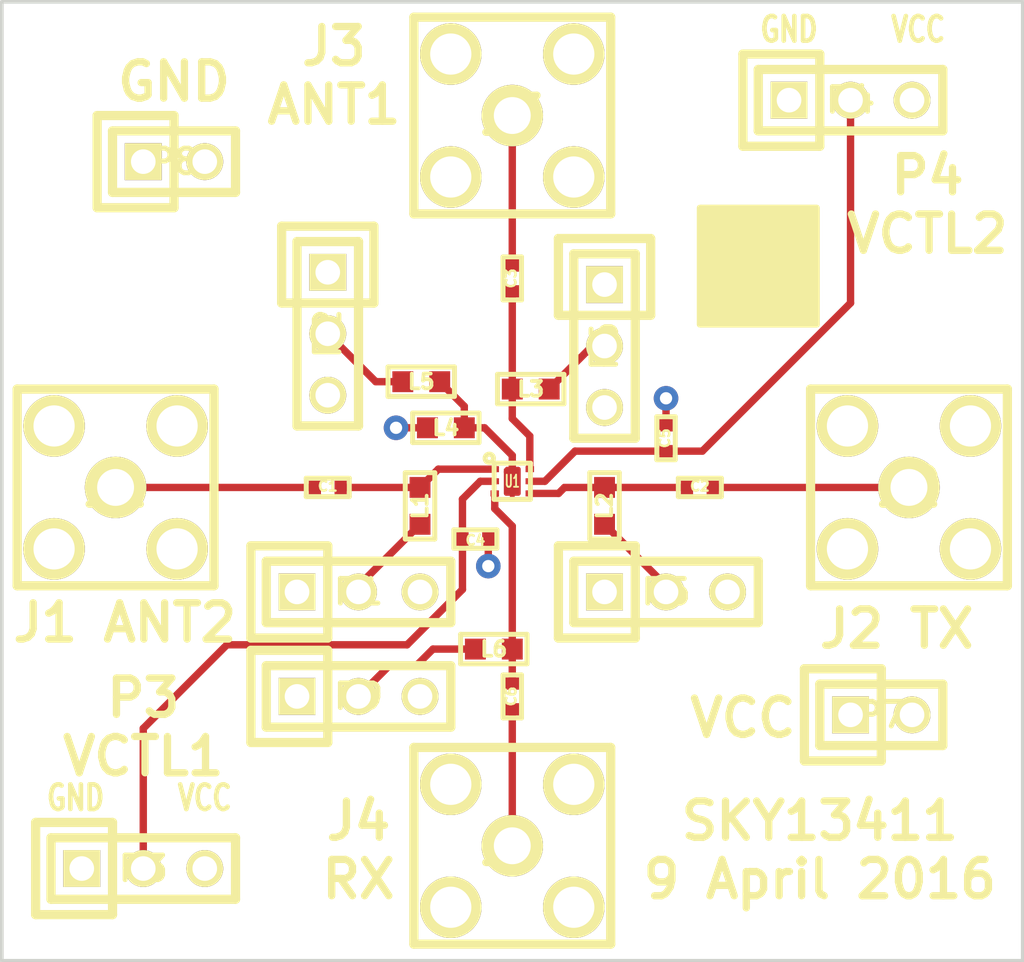
<source format=kicad_pcb>
(kicad_pcb (version 4) (host pcbnew "(2015-08-18 BZR 6102)-product")

  (general
    (links 63)
    (no_connects 1)
    (area 131.242999 81.712999 173.557001 113.867001)
    (thickness 1.6)
    (drawings 17)
    (tracks 56)
    (zones 0)
    (modules 26)
    (nets 19)
  )

  (page A4)
  (layers
    (0 C1F.Cu signal)
    (1 C2.Cu signal hide)
    (2 C3.Cu signal hide)
    (31 C4B.Cu signal)
    (32 B.Adhes user)
    (33 F.Adhes user)
    (34 B.Paste user)
    (35 F.Paste user)
    (36 B.SilkS user)
    (37 F.SilkS user)
    (38 B.Mask user)
    (39 F.Mask user)
    (40 Dwgs.User user)
    (41 Cmts.User user)
    (42 Eco1.User user)
    (43 Eco2.User user)
    (44 Edge.Cuts user)
    (45 Margin user)
    (46 B.CrtYd user)
    (47 F.CrtYd user)
    (48 B.Fab user)
    (49 F.Fab user)
  )

  (setup
    (last_trace_width 0.3048)
    (trace_clearance 0.1524)
    (zone_clearance 0.3048)
    (zone_45_only no)
    (trace_min 0.2)
    (segment_width 0.2)
    (edge_width 0.15)
    (via_size 1.016)
    (via_drill 0.508)
    (via_min_size 0.4)
    (via_min_drill 0.3)
    (uvia_size 0.3)
    (uvia_drill 0.1)
    (uvias_allowed no)
    (uvia_min_size 0)
    (uvia_min_drill 0)
    (pcb_text_width 0.3)
    (pcb_text_size 1.5 1.5)
    (mod_edge_width 0.15)
    (mod_text_size 1 1)
    (mod_text_width 0.15)
    (pad_size 1.524 1.524)
    (pad_drill 0.762)
    (pad_to_mask_clearance 0.2)
    (aux_axis_origin 0 0)
    (visible_elements FFFFFF7F)
    (pcbplotparams
      (layerselection 0x010e8_80000007)
      (usegerberextensions true)
      (excludeedgelayer true)
      (linewidth 0.100000)
      (plotframeref false)
      (viasonmask false)
      (mode 1)
      (useauxorigin false)
      (hpglpennumber 1)
      (hpglpenspeed 20)
      (hpglpendiameter 15)
      (hpglpenoverlay 2)
      (psnegative false)
      (psa4output false)
      (plotreference false)
      (plotvalue false)
      (plotinvisibletext false)
      (padsonsilk false)
      (subtractmaskfromsilk false)
      (outputformat 1)
      (mirror false)
      (drillshape 0)
      (scaleselection 1)
      (outputdirectory gerber))
  )

  (net 0 "")
  (net 1 "Net-(C1-Pad2)")
  (net 2 "Net-(C1-Pad1)")
  (net 3 "Net-(C2-Pad2)")
  (net 4 "Net-(C2-Pad1)")
  (net 5 "Net-(C3-Pad2)")
  (net 6 "Net-(C3-Pad1)")
  (net 7 GND)
  (net 8 VCC)
  (net 9 "Net-(C4-Pad1)")
  (net 10 "Net-(C5-Pad2)")
  (net 11 "Net-(L1-Pad1)")
  (net 12 "Net-(L5-Pad1)")
  (net 13 "Net-(L2-Pad1)")
  (net 14 "Net-(L3-Pad1)")
  (net 15 "Net-(L4-Pad2)")
  (net 16 "Net-(C6-Pad2)")
  (net 17 "Net-(C6-Pad1)")
  (net 18 "Net-(L6-Pad1)")

  (net_class Default "This is the default net class."
    (clearance 0.1524)
    (trace_width 0.3048)
    (via_dia 1.016)
    (via_drill 0.508)
    (uvia_dia 0.3)
    (uvia_drill 0.1)
    (add_net GND)
    (add_net "Net-(C1-Pad1)")
    (add_net "Net-(C1-Pad2)")
    (add_net "Net-(C2-Pad1)")
    (add_net "Net-(C2-Pad2)")
    (add_net "Net-(C3-Pad1)")
    (add_net "Net-(C3-Pad2)")
    (add_net "Net-(C4-Pad1)")
    (add_net "Net-(C5-Pad2)")
    (add_net "Net-(C6-Pad1)")
    (add_net "Net-(C6-Pad2)")
    (add_net "Net-(L1-Pad1)")
    (add_net "Net-(L2-Pad1)")
    (add_net "Net-(L3-Pad1)")
    (add_net "Net-(L4-Pad2)")
    (add_net "Net-(L5-Pad1)")
    (add_net "Net-(L6-Pad1)")
    (add_net VCC)
  )

  (module gsg-modules:0402 (layer C1F.Cu) (tedit 4FB6CFE4) (tstamp 56DA2902)
    (at 144.78 101.854 180)
    (path /56DA2888)
    (solder_mask_margin 0.1016)
    (fp_text reference C1 (at 0 0.0508 180) (layer F.SilkS)
      (effects (font (size 0.4064 0.4064) (thickness 0.1016)))
    )
    (fp_text value 100nF (at 0 0.0508 180) (layer F.SilkS) hide
      (effects (font (size 0.4064 0.4064) (thickness 0.1016)))
    )
    (fp_line (start 0.889 -0.381) (end 0.889 0.381) (layer F.SilkS) (width 0.2032))
    (fp_line (start 0.889 0.381) (end -0.889 0.381) (layer F.SilkS) (width 0.2032))
    (fp_line (start -0.889 0.381) (end -0.889 -0.381) (layer F.SilkS) (width 0.2032))
    (fp_line (start -0.889 -0.381) (end 0.889 -0.381) (layer F.SilkS) (width 0.2032))
    (pad 2 smd rect (at 0.5334 0 180) (size 0.508 0.5588) (layers C1F.Cu F.Paste F.Mask)
      (net 1 "Net-(C1-Pad2)") (solder_mask_margin 0.1016))
    (pad 1 smd rect (at -0.5334 0 180) (size 0.508 0.5588) (layers C1F.Cu F.Paste F.Mask)
      (net 2 "Net-(C1-Pad1)") (solder_mask_margin 0.1016))
  )

  (module gsg-modules:0402 (layer C1F.Cu) (tedit 4FB6CFE4) (tstamp 56DA2908)
    (at 160.147 101.854 180)
    (path /56DBD5EF)
    (solder_mask_margin 0.1016)
    (fp_text reference C2 (at 0 0.0508 180) (layer F.SilkS)
      (effects (font (size 0.4064 0.4064) (thickness 0.1016)))
    )
    (fp_text value 100nF (at 0 0.0508 180) (layer F.SilkS) hide
      (effects (font (size 0.4064 0.4064) (thickness 0.1016)))
    )
    (fp_line (start 0.889 -0.381) (end 0.889 0.381) (layer F.SilkS) (width 0.2032))
    (fp_line (start 0.889 0.381) (end -0.889 0.381) (layer F.SilkS) (width 0.2032))
    (fp_line (start -0.889 0.381) (end -0.889 -0.381) (layer F.SilkS) (width 0.2032))
    (fp_line (start -0.889 -0.381) (end 0.889 -0.381) (layer F.SilkS) (width 0.2032))
    (pad 2 smd rect (at 0.5334 0 180) (size 0.508 0.5588) (layers C1F.Cu F.Paste F.Mask)
      (net 3 "Net-(C2-Pad2)") (solder_mask_margin 0.1016))
    (pad 1 smd rect (at -0.5334 0 180) (size 0.508 0.5588) (layers C1F.Cu F.Paste F.Mask)
      (net 4 "Net-(C2-Pad1)") (solder_mask_margin 0.1016))
  )

  (module gsg-modules:0402 (layer C1F.Cu) (tedit 4FB6CFE4) (tstamp 56DA290E)
    (at 152.4 93.218 270)
    (path /56DBD676)
    (solder_mask_margin 0.1016)
    (fp_text reference C3 (at 0 0.0508 270) (layer F.SilkS)
      (effects (font (size 0.4064 0.4064) (thickness 0.1016)))
    )
    (fp_text value 100nF (at 0 0.0508 270) (layer F.SilkS) hide
      (effects (font (size 0.4064 0.4064) (thickness 0.1016)))
    )
    (fp_line (start 0.889 -0.381) (end 0.889 0.381) (layer F.SilkS) (width 0.2032))
    (fp_line (start 0.889 0.381) (end -0.889 0.381) (layer F.SilkS) (width 0.2032))
    (fp_line (start -0.889 0.381) (end -0.889 -0.381) (layer F.SilkS) (width 0.2032))
    (fp_line (start -0.889 -0.381) (end 0.889 -0.381) (layer F.SilkS) (width 0.2032))
    (pad 2 smd rect (at 0.5334 0 270) (size 0.508 0.5588) (layers C1F.Cu F.Paste F.Mask)
      (net 5 "Net-(C3-Pad2)") (solder_mask_margin 0.1016))
    (pad 1 smd rect (at -0.5334 0 270) (size 0.508 0.5588) (layers C1F.Cu F.Paste F.Mask)
      (net 6 "Net-(C3-Pad1)") (solder_mask_margin 0.1016))
  )

  (module gsg-modules:HEADER-1x3 (layer C1F.Cu) (tedit 4F8A5ED8) (tstamp 56DA2930)
    (at 146.05 106.172)
    (tags CONN)
    (path /56DA2D1A)
    (fp_text reference P1 (at 0 0) (layer F.SilkS)
      (effects (font (size 1.016 1.016) (thickness 0.2032)))
    )
    (fp_text value CONN_01X03 (at 0 0) (layer F.SilkS) hide
      (effects (font (size 1.016 1.016) (thickness 0.2032)))
    )
    (fp_line (start -3.81 -1.27) (end 3.81 -1.27) (layer F.SilkS) (width 0.381))
    (fp_line (start 3.81 -1.27) (end 3.81 1.27) (layer F.SilkS) (width 0.381))
    (fp_line (start 3.81 1.27) (end -3.81 1.27) (layer F.SilkS) (width 0.381))
    (fp_line (start -1.27 1.905) (end -1.27 -1.905) (layer F.SilkS) (width 0.381))
    (fp_line (start -1.27 -1.905) (end -4.445 -1.905) (layer F.SilkS) (width 0.381))
    (fp_line (start -4.445 -1.905) (end -4.445 1.905) (layer F.SilkS) (width 0.381))
    (fp_line (start -3.81 -1.27) (end -3.81 1.27) (layer F.SilkS) (width 0.381))
    (fp_line (start -4.445 1.905) (end -1.27 1.905) (layer F.SilkS) (width 0.381))
    (pad 1 thru_hole rect (at -2.54 0) (size 1.524 1.524) (drill 1.016) (layers *.Cu *.Mask F.SilkS)
      (net 7 GND))
    (pad 2 thru_hole circle (at 0 0) (size 1.524 1.524) (drill 1.016) (layers *.Cu *.Mask F.SilkS)
      (net 11 "Net-(L1-Pad1)"))
    (pad 3 thru_hole circle (at 2.54 0) (size 1.524 1.524) (drill 1.016) (layers *.Cu *.Mask F.SilkS)
      (net 8 VCC))
  )

  (module gsg-modules:HEADER-1x3 (layer C1F.Cu) (tedit 4F8A5ED8) (tstamp 56DA2937)
    (at 144.78 95.504 270)
    (tags CONN)
    (path /56DA3431)
    (fp_text reference P2 (at 0 0 270) (layer F.SilkS)
      (effects (font (size 1.016 1.016) (thickness 0.2032)))
    )
    (fp_text value CONN_01X03 (at 0 0 270) (layer F.SilkS) hide
      (effects (font (size 1.016 1.016) (thickness 0.2032)))
    )
    (fp_line (start -3.81 -1.27) (end 3.81 -1.27) (layer F.SilkS) (width 0.381))
    (fp_line (start 3.81 -1.27) (end 3.81 1.27) (layer F.SilkS) (width 0.381))
    (fp_line (start 3.81 1.27) (end -3.81 1.27) (layer F.SilkS) (width 0.381))
    (fp_line (start -1.27 1.905) (end -1.27 -1.905) (layer F.SilkS) (width 0.381))
    (fp_line (start -1.27 -1.905) (end -4.445 -1.905) (layer F.SilkS) (width 0.381))
    (fp_line (start -4.445 -1.905) (end -4.445 1.905) (layer F.SilkS) (width 0.381))
    (fp_line (start -3.81 -1.27) (end -3.81 1.27) (layer F.SilkS) (width 0.381))
    (fp_line (start -4.445 1.905) (end -1.27 1.905) (layer F.SilkS) (width 0.381))
    (pad 1 thru_hole rect (at -2.54 0 270) (size 1.524 1.524) (drill 1.016) (layers *.Cu *.Mask F.SilkS)
      (net 7 GND))
    (pad 2 thru_hole circle (at 0 0 270) (size 1.524 1.524) (drill 1.016) (layers *.Cu *.Mask F.SilkS)
      (net 12 "Net-(L5-Pad1)"))
    (pad 3 thru_hole circle (at 2.54 0 270) (size 1.524 1.524) (drill 1.016) (layers *.Cu *.Mask F.SilkS)
      (net 8 VCC))
  )

  (module gsg-modules:HEADER-1x3 (layer C1F.Cu) (tedit 4F8A5ED8) (tstamp 56DA293E)
    (at 137.16 117.602)
    (tags CONN)
    (path /56DA4DA6)
    (fp_text reference P3 (at 0 0) (layer F.SilkS)
      (effects (font (size 1.016 1.016) (thickness 0.2032)))
    )
    (fp_text value CONN_01X03 (at 0 0) (layer F.SilkS) hide
      (effects (font (size 1.016 1.016) (thickness 0.2032)))
    )
    (fp_line (start -3.81 -1.27) (end 3.81 -1.27) (layer F.SilkS) (width 0.381))
    (fp_line (start 3.81 -1.27) (end 3.81 1.27) (layer F.SilkS) (width 0.381))
    (fp_line (start 3.81 1.27) (end -3.81 1.27) (layer F.SilkS) (width 0.381))
    (fp_line (start -1.27 1.905) (end -1.27 -1.905) (layer F.SilkS) (width 0.381))
    (fp_line (start -1.27 -1.905) (end -4.445 -1.905) (layer F.SilkS) (width 0.381))
    (fp_line (start -4.445 -1.905) (end -4.445 1.905) (layer F.SilkS) (width 0.381))
    (fp_line (start -3.81 -1.27) (end -3.81 1.27) (layer F.SilkS) (width 0.381))
    (fp_line (start -4.445 1.905) (end -1.27 1.905) (layer F.SilkS) (width 0.381))
    (pad 1 thru_hole rect (at -2.54 0) (size 1.524 1.524) (drill 1.016) (layers *.Cu *.Mask F.SilkS)
      (net 7 GND))
    (pad 2 thru_hole circle (at 0 0) (size 1.524 1.524) (drill 1.016) (layers *.Cu *.Mask F.SilkS)
      (net 9 "Net-(C4-Pad1)"))
    (pad 3 thru_hole circle (at 2.54 0) (size 1.524 1.524) (drill 1.016) (layers *.Cu *.Mask F.SilkS)
      (net 8 VCC))
  )

  (module gsg-modules:HEADER-1x3 (layer C1F.Cu) (tedit 4F8A5ED8) (tstamp 56DA2945)
    (at 166.37 85.852)
    (tags CONN)
    (path /56DA4C99)
    (fp_text reference P4 (at 0 0) (layer F.SilkS)
      (effects (font (size 1.016 1.016) (thickness 0.2032)))
    )
    (fp_text value CONN_01X03 (at 0 0) (layer F.SilkS) hide
      (effects (font (size 1.016 1.016) (thickness 0.2032)))
    )
    (fp_line (start -3.81 -1.27) (end 3.81 -1.27) (layer F.SilkS) (width 0.381))
    (fp_line (start 3.81 -1.27) (end 3.81 1.27) (layer F.SilkS) (width 0.381))
    (fp_line (start 3.81 1.27) (end -3.81 1.27) (layer F.SilkS) (width 0.381))
    (fp_line (start -1.27 1.905) (end -1.27 -1.905) (layer F.SilkS) (width 0.381))
    (fp_line (start -1.27 -1.905) (end -4.445 -1.905) (layer F.SilkS) (width 0.381))
    (fp_line (start -4.445 -1.905) (end -4.445 1.905) (layer F.SilkS) (width 0.381))
    (fp_line (start -3.81 -1.27) (end -3.81 1.27) (layer F.SilkS) (width 0.381))
    (fp_line (start -4.445 1.905) (end -1.27 1.905) (layer F.SilkS) (width 0.381))
    (pad 1 thru_hole rect (at -2.54 0) (size 1.524 1.524) (drill 1.016) (layers *.Cu *.Mask F.SilkS)
      (net 7 GND))
    (pad 2 thru_hole circle (at 0 0) (size 1.524 1.524) (drill 1.016) (layers *.Cu *.Mask F.SilkS)
      (net 10 "Net-(C5-Pad2)"))
    (pad 3 thru_hole circle (at 2.54 0) (size 1.524 1.524) (drill 1.016) (layers *.Cu *.Mask F.SilkS)
      (net 8 VCC))
  )

  (module gsg-modules:HEADER-1x3 (layer C1F.Cu) (tedit 4F8A5ED8) (tstamp 56DA294C)
    (at 158.75 106.172)
    (tags CONN)
    (path /56DA479F)
    (fp_text reference P5 (at 0 0) (layer F.SilkS)
      (effects (font (size 1.016 1.016) (thickness 0.2032)))
    )
    (fp_text value CONN_01X03 (at 0 0) (layer F.SilkS) hide
      (effects (font (size 1.016 1.016) (thickness 0.2032)))
    )
    (fp_line (start -3.81 -1.27) (end 3.81 -1.27) (layer F.SilkS) (width 0.381))
    (fp_line (start 3.81 -1.27) (end 3.81 1.27) (layer F.SilkS) (width 0.381))
    (fp_line (start 3.81 1.27) (end -3.81 1.27) (layer F.SilkS) (width 0.381))
    (fp_line (start -1.27 1.905) (end -1.27 -1.905) (layer F.SilkS) (width 0.381))
    (fp_line (start -1.27 -1.905) (end -4.445 -1.905) (layer F.SilkS) (width 0.381))
    (fp_line (start -4.445 -1.905) (end -4.445 1.905) (layer F.SilkS) (width 0.381))
    (fp_line (start -3.81 -1.27) (end -3.81 1.27) (layer F.SilkS) (width 0.381))
    (fp_line (start -4.445 1.905) (end -1.27 1.905) (layer F.SilkS) (width 0.381))
    (pad 1 thru_hole rect (at -2.54 0) (size 1.524 1.524) (drill 1.016) (layers *.Cu *.Mask F.SilkS)
      (net 7 GND))
    (pad 2 thru_hole circle (at 0 0) (size 1.524 1.524) (drill 1.016) (layers *.Cu *.Mask F.SilkS)
      (net 13 "Net-(L2-Pad1)"))
    (pad 3 thru_hole circle (at 2.54 0) (size 1.524 1.524) (drill 1.016) (layers *.Cu *.Mask F.SilkS)
      (net 8 VCC))
  )

  (module gsg-modules:HEADER-1x3 (layer C1F.Cu) (tedit 4F8A5ED8) (tstamp 56DA2953)
    (at 156.21 96.012 270)
    (tags CONN)
    (path /56DA3A34)
    (fp_text reference P6 (at 0 0 270) (layer F.SilkS)
      (effects (font (size 1.016 1.016) (thickness 0.2032)))
    )
    (fp_text value CONN_01X03 (at 0 0 270) (layer F.SilkS) hide
      (effects (font (size 1.016 1.016) (thickness 0.2032)))
    )
    (fp_line (start -3.81 -1.27) (end 3.81 -1.27) (layer F.SilkS) (width 0.381))
    (fp_line (start 3.81 -1.27) (end 3.81 1.27) (layer F.SilkS) (width 0.381))
    (fp_line (start 3.81 1.27) (end -3.81 1.27) (layer F.SilkS) (width 0.381))
    (fp_line (start -1.27 1.905) (end -1.27 -1.905) (layer F.SilkS) (width 0.381))
    (fp_line (start -1.27 -1.905) (end -4.445 -1.905) (layer F.SilkS) (width 0.381))
    (fp_line (start -4.445 -1.905) (end -4.445 1.905) (layer F.SilkS) (width 0.381))
    (fp_line (start -3.81 -1.27) (end -3.81 1.27) (layer F.SilkS) (width 0.381))
    (fp_line (start -4.445 1.905) (end -1.27 1.905) (layer F.SilkS) (width 0.381))
    (pad 1 thru_hole rect (at -2.54 0 270) (size 1.524 1.524) (drill 1.016) (layers *.Cu *.Mask F.SilkS)
      (net 7 GND))
    (pad 2 thru_hole circle (at 0 0 270) (size 1.524 1.524) (drill 1.016) (layers *.Cu *.Mask F.SilkS)
      (net 14 "Net-(L3-Pad1)"))
    (pad 3 thru_hole circle (at 2.54 0 270) (size 1.524 1.524) (drill 1.016) (layers *.Cu *.Mask F.SilkS)
      (net 8 VCC))
  )

  (module gsg-modules:HEADER-1x2 (layer C1F.Cu) (tedit 4F8A5E8A) (tstamp 56DA2959)
    (at 167.64 111.252)
    (tags CONN)
    (path /56DA6957)
    (fp_text reference P7 (at 0 0) (layer F.SilkS)
      (effects (font (size 1.016 1.016) (thickness 0.2032)))
    )
    (fp_text value CONN_01X02 (at 0 0) (layer F.SilkS) hide
      (effects (font (size 1.016 1.016) (thickness 0.2032)))
    )
    (fp_line (start -2.54 -1.27) (end 2.54 -1.27) (layer F.SilkS) (width 0.381))
    (fp_line (start 2.54 -1.27) (end 2.54 1.27) (layer F.SilkS) (width 0.381))
    (fp_line (start 2.54 1.27) (end -2.54 1.27) (layer F.SilkS) (width 0.381))
    (fp_line (start 0 1.905) (end 0 -1.905) (layer F.SilkS) (width 0.381))
    (fp_line (start 0 -1.905) (end -3.175 -1.905) (layer F.SilkS) (width 0.381))
    (fp_line (start -3.175 -1.905) (end -3.175 1.905) (layer F.SilkS) (width 0.381))
    (fp_line (start -2.54 -1.27) (end -2.54 1.27) (layer F.SilkS) (width 0.381))
    (fp_line (start -3.175 1.905) (end 0 1.905) (layer F.SilkS) (width 0.381))
    (pad 1 thru_hole rect (at -1.27 0) (size 1.524 1.524) (drill 1.016) (layers *.Cu *.Mask F.SilkS)
      (net 8 VCC))
    (pad 2 thru_hole circle (at 1.27 0) (size 1.524 1.524) (drill 1.016) (layers *.Cu *.Mask F.SilkS)
      (net 8 VCC))
  )

  (module gsg-modules:HEADER-1x2 (layer C1F.Cu) (tedit 4F8A5E8A) (tstamp 56DA295F)
    (at 138.43 88.392)
    (tags CONN)
    (path /56DA6C26)
    (fp_text reference P8 (at 0 0) (layer F.SilkS)
      (effects (font (size 1.016 1.016) (thickness 0.2032)))
    )
    (fp_text value CONN_01X02 (at 0 0) (layer F.SilkS) hide
      (effects (font (size 1.016 1.016) (thickness 0.2032)))
    )
    (fp_line (start -2.54 -1.27) (end 2.54 -1.27) (layer F.SilkS) (width 0.381))
    (fp_line (start 2.54 -1.27) (end 2.54 1.27) (layer F.SilkS) (width 0.381))
    (fp_line (start 2.54 1.27) (end -2.54 1.27) (layer F.SilkS) (width 0.381))
    (fp_line (start 0 1.905) (end 0 -1.905) (layer F.SilkS) (width 0.381))
    (fp_line (start 0 -1.905) (end -3.175 -1.905) (layer F.SilkS) (width 0.381))
    (fp_line (start -3.175 -1.905) (end -3.175 1.905) (layer F.SilkS) (width 0.381))
    (fp_line (start -2.54 -1.27) (end -2.54 1.27) (layer F.SilkS) (width 0.381))
    (fp_line (start -3.175 1.905) (end 0 1.905) (layer F.SilkS) (width 0.381))
    (pad 1 thru_hole rect (at -1.27 0) (size 1.524 1.524) (drill 1.016) (layers *.Cu *.Mask F.SilkS)
      (net 7 GND))
    (pad 2 thru_hole circle (at 1.27 0) (size 1.524 1.524) (drill 1.016) (layers *.Cu *.Mask F.SilkS)
      (net 7 GND))
  )

  (module gsg-modules:SMA-VERTICAL (layer C1F.Cu) (tedit 56DA6AD7) (tstamp 56DA2929)
    (at 152.4 86.487)
    (path /56DA2121)
    (fp_text reference J3 (at 0 0) (layer F.SilkS)
      (effects (font (thickness 0.3048)))
    )
    (fp_text value SMA (at 0 0) (layer F.SilkS) hide
      (effects (font (thickness 0.3048)))
    )
    (fp_line (start -4.064 -4.064) (end -4.064 4.064) (layer F.SilkS) (width 0.381))
    (fp_line (start -4.064 4.064) (end 4.064 4.064) (layer F.SilkS) (width 0.381))
    (fp_line (start 4.064 4.064) (end 4.064 -4.064) (layer F.SilkS) (width 0.381))
    (fp_line (start 4.064 -4.064) (end -4.064 -4.064) (layer F.SilkS) (width 0.381))
    (pad 1 thru_hole circle (at 0 0) (size 2.54 2.54) (drill 1.524) (layers *.Cu *.Mask F.SilkS)
      (net 6 "Net-(C3-Pad1)"))
    (pad 2 thru_hole circle (at -2.54 -2.54) (size 2.54 2.54) (drill 1.7018) (layers *.Cu *.Mask F.SilkS)
      (net 7 GND))
    (pad 2 thru_hole circle (at -2.54 2.54) (size 2.54 2.54) (drill 1.7018) (layers *.Cu *.Mask F.SilkS)
      (net 7 GND))
    (pad 2 thru_hole circle (at 2.54 2.54) (size 2.54 2.54) (drill 1.7018) (layers *.Cu *.Mask F.SilkS)
      (net 7 GND))
    (pad 2 thru_hole circle (at 2.54 -2.54) (size 2.54 2.54) (drill 1.7018) (layers *.Cu *.Mask F.SilkS)
      (net 7 GND))
  )

  (module gsg-modules:SMA-VERTICAL (layer C1F.Cu) (tedit 56DA6AD7) (tstamp 56DA2917)
    (at 136.017 101.854)
    (path /56DA22DC)
    (fp_text reference J1 (at 0 0) (layer F.SilkS)
      (effects (font (thickness 0.3048)))
    )
    (fp_text value SMA (at 0 0) (layer F.SilkS) hide
      (effects (font (thickness 0.3048)))
    )
    (fp_line (start -4.064 -4.064) (end -4.064 4.064) (layer F.SilkS) (width 0.381))
    (fp_line (start -4.064 4.064) (end 4.064 4.064) (layer F.SilkS) (width 0.381))
    (fp_line (start 4.064 4.064) (end 4.064 -4.064) (layer F.SilkS) (width 0.381))
    (fp_line (start 4.064 -4.064) (end -4.064 -4.064) (layer F.SilkS) (width 0.381))
    (pad 1 thru_hole circle (at 0 0) (size 2.54 2.54) (drill 1.524) (layers *.Cu *.Mask F.SilkS)
      (net 1 "Net-(C1-Pad2)"))
    (pad 2 thru_hole circle (at -2.54 -2.54) (size 2.54 2.54) (drill 1.7018) (layers *.Cu *.Mask F.SilkS)
      (net 7 GND))
    (pad 2 thru_hole circle (at -2.54 2.54) (size 2.54 2.54) (drill 1.7018) (layers *.Cu *.Mask F.SilkS)
      (net 7 GND))
    (pad 2 thru_hole circle (at 2.54 2.54) (size 2.54 2.54) (drill 1.7018) (layers *.Cu *.Mask F.SilkS)
      (net 7 GND))
    (pad 2 thru_hole circle (at 2.54 -2.54) (size 2.54 2.54) (drill 1.7018) (layers *.Cu *.Mask F.SilkS)
      (net 7 GND))
  )

  (module gsg-modules:SMA-VERTICAL (layer C1F.Cu) (tedit 56DA6AD7) (tstamp 56DA2920)
    (at 168.783 101.854)
    (path /56DA4793)
    (fp_text reference J2 (at 0 0) (layer F.SilkS)
      (effects (font (thickness 0.3048)))
    )
    (fp_text value SMA (at 0 0) (layer F.SilkS) hide
      (effects (font (thickness 0.3048)))
    )
    (fp_line (start -4.064 -4.064) (end -4.064 4.064) (layer F.SilkS) (width 0.381))
    (fp_line (start -4.064 4.064) (end 4.064 4.064) (layer F.SilkS) (width 0.381))
    (fp_line (start 4.064 4.064) (end 4.064 -4.064) (layer F.SilkS) (width 0.381))
    (fp_line (start 4.064 -4.064) (end -4.064 -4.064) (layer F.SilkS) (width 0.381))
    (pad 1 thru_hole circle (at 0 0) (size 2.54 2.54) (drill 1.524) (layers *.Cu *.Mask F.SilkS)
      (net 4 "Net-(C2-Pad1)"))
    (pad 2 thru_hole circle (at -2.54 -2.54) (size 2.54 2.54) (drill 1.7018) (layers *.Cu *.Mask F.SilkS)
      (net 7 GND))
    (pad 2 thru_hole circle (at -2.54 2.54) (size 2.54 2.54) (drill 1.7018) (layers *.Cu *.Mask F.SilkS)
      (net 7 GND))
    (pad 2 thru_hole circle (at 2.54 2.54) (size 2.54 2.54) (drill 1.7018) (layers *.Cu *.Mask F.SilkS)
      (net 7 GND))
    (pad 2 thru_hole circle (at 2.54 -2.54) (size 2.54 2.54) (drill 1.7018) (layers *.Cu *.Mask F.SilkS)
      (net 7 GND))
  )

  (module gsg-modules:0402 (layer C1F.Cu) (tedit 4FB6CFE4) (tstamp 56DBC251)
    (at 150.876 103.9876)
    (path /56DBBAAD)
    (solder_mask_margin 0.1016)
    (fp_text reference C4 (at 0 0.0508) (layer F.SilkS)
      (effects (font (size 0.4064 0.4064) (thickness 0.1016)))
    )
    (fp_text value 33pF (at 0 0.0508) (layer F.SilkS) hide
      (effects (font (size 0.4064 0.4064) (thickness 0.1016)))
    )
    (fp_line (start 0.889 -0.381) (end 0.889 0.381) (layer F.SilkS) (width 0.2032))
    (fp_line (start 0.889 0.381) (end -0.889 0.381) (layer F.SilkS) (width 0.2032))
    (fp_line (start -0.889 0.381) (end -0.889 -0.381) (layer F.SilkS) (width 0.2032))
    (fp_line (start -0.889 -0.381) (end 0.889 -0.381) (layer F.SilkS) (width 0.2032))
    (pad 2 smd rect (at 0.5334 0) (size 0.508 0.5588) (layers C1F.Cu F.Paste F.Mask)
      (net 7 GND) (solder_mask_margin 0.1016))
    (pad 1 smd rect (at -0.5334 0) (size 0.508 0.5588) (layers C1F.Cu F.Paste F.Mask)
      (net 9 "Net-(C4-Pad1)") (solder_mask_margin 0.1016))
  )

  (module gsg-modules:0402 (layer C1F.Cu) (tedit 4FB6CFE4) (tstamp 56DBC25B)
    (at 158.75 99.822 270)
    (path /56DBDA27)
    (solder_mask_margin 0.1016)
    (fp_text reference C5 (at 0 0.0508 270) (layer F.SilkS)
      (effects (font (size 0.4064 0.4064) (thickness 0.1016)))
    )
    (fp_text value 33pF (at 0 0.0508 270) (layer F.SilkS) hide
      (effects (font (size 0.4064 0.4064) (thickness 0.1016)))
    )
    (fp_line (start 0.889 -0.381) (end 0.889 0.381) (layer F.SilkS) (width 0.2032))
    (fp_line (start 0.889 0.381) (end -0.889 0.381) (layer F.SilkS) (width 0.2032))
    (fp_line (start -0.889 0.381) (end -0.889 -0.381) (layer F.SilkS) (width 0.2032))
    (fp_line (start -0.889 -0.381) (end 0.889 -0.381) (layer F.SilkS) (width 0.2032))
    (pad 2 smd rect (at 0.5334 0 270) (size 0.508 0.5588) (layers C1F.Cu F.Paste F.Mask)
      (net 10 "Net-(C5-Pad2)") (solder_mask_margin 0.1016))
    (pad 1 smd rect (at -0.5334 0 270) (size 0.508 0.5588) (layers C1F.Cu F.Paste F.Mask)
      (net 7 GND) (solder_mask_margin 0.1016))
  )

  (module gsg-modules:0603 (layer C1F.Cu) (tedit 5605D54C) (tstamp 56DBC7F2)
    (at 148.59 102.616 90)
    (path /56DBC2E0)
    (solder_mask_margin 0.1016)
    (fp_text reference L1 (at 0 0 90) (layer F.SilkS)
      (effects (font (size 0.6096 0.6096) (thickness 0.1524)))
    )
    (fp_text value 15uH (at 0 0 90) (layer F.SilkS) hide
      (effects (font (size 0.6096 0.6096) (thickness 0.1524)))
    )
    (fp_line (start 1.3716 -0.6096) (end -1.3716 -0.6096) (layer F.SilkS) (width 0.2032))
    (fp_line (start -1.3716 -0.6096) (end -1.3716 0.6096) (layer F.SilkS) (width 0.2032))
    (fp_line (start -1.3716 0.6096) (end 1.3716 0.6096) (layer F.SilkS) (width 0.2032))
    (fp_line (start 1.3716 0.6096) (end 1.3716 -0.6096) (layer F.SilkS) (width 0.2032))
    (pad 2 smd rect (at 0.762 0 90) (size 0.8636 0.8636) (layers C1F.Cu F.Paste F.Mask)
      (net 2 "Net-(C1-Pad1)") (solder_mask_margin 0.1016) (clearance 0.1778))
    (pad 1 smd rect (at -0.762 0 90) (size 0.8636 0.8636) (layers C1F.Cu F.Paste F.Mask)
      (net 11 "Net-(L1-Pad1)") (solder_mask_margin 0.1016) (clearance 0.1778))
  )

  (module gsg-modules:0603 (layer C1F.Cu) (tedit 5605D54C) (tstamp 56DBC7FC)
    (at 156.21 102.616 90)
    (path /56DBCC8D)
    (solder_mask_margin 0.1016)
    (fp_text reference L2 (at 0 0 90) (layer F.SilkS)
      (effects (font (size 0.6096 0.6096) (thickness 0.1524)))
    )
    (fp_text value 15uH (at 0 0 90) (layer F.SilkS) hide
      (effects (font (size 0.6096 0.6096) (thickness 0.1524)))
    )
    (fp_line (start 1.3716 -0.6096) (end -1.3716 -0.6096) (layer F.SilkS) (width 0.2032))
    (fp_line (start -1.3716 -0.6096) (end -1.3716 0.6096) (layer F.SilkS) (width 0.2032))
    (fp_line (start -1.3716 0.6096) (end 1.3716 0.6096) (layer F.SilkS) (width 0.2032))
    (fp_line (start 1.3716 0.6096) (end 1.3716 -0.6096) (layer F.SilkS) (width 0.2032))
    (pad 2 smd rect (at 0.762 0 90) (size 0.8636 0.8636) (layers C1F.Cu F.Paste F.Mask)
      (net 3 "Net-(C2-Pad2)") (solder_mask_margin 0.1016) (clearance 0.1778))
    (pad 1 smd rect (at -0.762 0 90) (size 0.8636 0.8636) (layers C1F.Cu F.Paste F.Mask)
      (net 13 "Net-(L2-Pad1)") (solder_mask_margin 0.1016) (clearance 0.1778))
  )

  (module gsg-modules:0603 (layer C1F.Cu) (tedit 5605D54C) (tstamp 56DBC806)
    (at 153.162 97.79 180)
    (path /56DBCEE1)
    (solder_mask_margin 0.1016)
    (fp_text reference L3 (at 0 0 180) (layer F.SilkS)
      (effects (font (size 0.6096 0.6096) (thickness 0.1524)))
    )
    (fp_text value 15uH (at 0 0 180) (layer F.SilkS) hide
      (effects (font (size 0.6096 0.6096) (thickness 0.1524)))
    )
    (fp_line (start 1.3716 -0.6096) (end -1.3716 -0.6096) (layer F.SilkS) (width 0.2032))
    (fp_line (start -1.3716 -0.6096) (end -1.3716 0.6096) (layer F.SilkS) (width 0.2032))
    (fp_line (start -1.3716 0.6096) (end 1.3716 0.6096) (layer F.SilkS) (width 0.2032))
    (fp_line (start 1.3716 0.6096) (end 1.3716 -0.6096) (layer F.SilkS) (width 0.2032))
    (pad 2 smd rect (at 0.762 0 180) (size 0.8636 0.8636) (layers C1F.Cu F.Paste F.Mask)
      (net 5 "Net-(C3-Pad2)") (solder_mask_margin 0.1016) (clearance 0.1778))
    (pad 1 smd rect (at -0.762 0 180) (size 0.8636 0.8636) (layers C1F.Cu F.Paste F.Mask)
      (net 14 "Net-(L3-Pad1)") (solder_mask_margin 0.1016) (clearance 0.1778))
  )

  (module gsg-modules:0603 (layer C1F.Cu) (tedit 5605D54C) (tstamp 56DBC810)
    (at 149.6568 99.3902)
    (path /56DBCB5F)
    (solder_mask_margin 0.1016)
    (fp_text reference L4 (at 0 0) (layer F.SilkS)
      (effects (font (size 0.6096 0.6096) (thickness 0.1524)))
    )
    (fp_text value 15uH (at 0 0) (layer F.SilkS) hide
      (effects (font (size 0.6096 0.6096) (thickness 0.1524)))
    )
    (fp_line (start 1.3716 -0.6096) (end -1.3716 -0.6096) (layer F.SilkS) (width 0.2032))
    (fp_line (start -1.3716 -0.6096) (end -1.3716 0.6096) (layer F.SilkS) (width 0.2032))
    (fp_line (start -1.3716 0.6096) (end 1.3716 0.6096) (layer F.SilkS) (width 0.2032))
    (fp_line (start 1.3716 0.6096) (end 1.3716 -0.6096) (layer F.SilkS) (width 0.2032))
    (pad 2 smd rect (at 0.762 0) (size 0.8636 0.8636) (layers C1F.Cu F.Paste F.Mask)
      (net 15 "Net-(L4-Pad2)") (solder_mask_margin 0.1016) (clearance 0.1778))
    (pad 1 smd rect (at -0.762 0) (size 0.8636 0.8636) (layers C1F.Cu F.Paste F.Mask)
      (net 7 GND) (solder_mask_margin 0.1016) (clearance 0.1778))
  )

  (module gsg-modules:0603 (layer C1F.Cu) (tedit 5605D54C) (tstamp 56DBC81A)
    (at 148.6408 97.4852)
    (path /56DBD31A)
    (solder_mask_margin 0.1016)
    (fp_text reference L5 (at 0 0) (layer F.SilkS)
      (effects (font (size 0.6096 0.6096) (thickness 0.1524)))
    )
    (fp_text value 15uH (at 0 0) (layer F.SilkS) hide
      (effects (font (size 0.6096 0.6096) (thickness 0.1524)))
    )
    (fp_line (start 1.3716 -0.6096) (end -1.3716 -0.6096) (layer F.SilkS) (width 0.2032))
    (fp_line (start -1.3716 -0.6096) (end -1.3716 0.6096) (layer F.SilkS) (width 0.2032))
    (fp_line (start -1.3716 0.6096) (end 1.3716 0.6096) (layer F.SilkS) (width 0.2032))
    (fp_line (start 1.3716 0.6096) (end 1.3716 -0.6096) (layer F.SilkS) (width 0.2032))
    (pad 2 smd rect (at 0.762 0) (size 0.8636 0.8636) (layers C1F.Cu F.Paste F.Mask)
      (net 15 "Net-(L4-Pad2)") (solder_mask_margin 0.1016) (clearance 0.1778))
    (pad 1 smd rect (at -0.762 0) (size 0.8636 0.8636) (layers C1F.Cu F.Paste F.Mask)
      (net 12 "Net-(L5-Pad1)") (solder_mask_margin 0.1016) (clearance 0.1778))
  )

  (module gsg-modules:0402 (layer C1F.Cu) (tedit 4FB6CFE4) (tstamp 5708E670)
    (at 152.4 110.49 270)
    (path /5708E892)
    (solder_mask_margin 0.1016)
    (fp_text reference C6 (at 0 0.0508 270) (layer F.SilkS)
      (effects (font (size 0.4064 0.4064) (thickness 0.1016)))
    )
    (fp_text value 100nF (at 0 0.0508 270) (layer F.SilkS) hide
      (effects (font (size 0.4064 0.4064) (thickness 0.1016)))
    )
    (fp_line (start 0.889 -0.381) (end 0.889 0.381) (layer F.SilkS) (width 0.2032))
    (fp_line (start 0.889 0.381) (end -0.889 0.381) (layer F.SilkS) (width 0.2032))
    (fp_line (start -0.889 0.381) (end -0.889 -0.381) (layer F.SilkS) (width 0.2032))
    (fp_line (start -0.889 -0.381) (end 0.889 -0.381) (layer F.SilkS) (width 0.2032))
    (pad 2 smd rect (at 0.5334 0 270) (size 0.508 0.5588) (layers C1F.Cu F.Paste F.Mask)
      (net 16 "Net-(C6-Pad2)") (solder_mask_margin 0.1016))
    (pad 1 smd rect (at -0.5334 0 270) (size 0.508 0.5588) (layers C1F.Cu F.Paste F.Mask)
      (net 17 "Net-(C6-Pad1)") (solder_mask_margin 0.1016))
  )

  (module gsg-modules:SMA-VERTICAL (layer C1F.Cu) (tedit 56DA6AD7) (tstamp 5708E67D)
    (at 152.4 116.6622)
    (path /5708E883)
    (fp_text reference J4 (at 0 0) (layer F.SilkS)
      (effects (font (thickness 0.3048)))
    )
    (fp_text value SMA (at 0 0) (layer F.SilkS) hide
      (effects (font (thickness 0.3048)))
    )
    (fp_line (start -4.064 -4.064) (end -4.064 4.064) (layer F.SilkS) (width 0.381))
    (fp_line (start -4.064 4.064) (end 4.064 4.064) (layer F.SilkS) (width 0.381))
    (fp_line (start 4.064 4.064) (end 4.064 -4.064) (layer F.SilkS) (width 0.381))
    (fp_line (start 4.064 -4.064) (end -4.064 -4.064) (layer F.SilkS) (width 0.381))
    (pad 1 thru_hole circle (at 0 0) (size 2.54 2.54) (drill 1.524) (layers *.Cu *.Mask F.SilkS)
      (net 16 "Net-(C6-Pad2)"))
    (pad 2 thru_hole circle (at -2.54 -2.54) (size 2.54 2.54) (drill 1.7018) (layers *.Cu *.Mask F.SilkS)
      (net 7 GND))
    (pad 2 thru_hole circle (at -2.54 2.54) (size 2.54 2.54) (drill 1.7018) (layers *.Cu *.Mask F.SilkS)
      (net 7 GND))
    (pad 2 thru_hole circle (at 2.54 2.54) (size 2.54 2.54) (drill 1.7018) (layers *.Cu *.Mask F.SilkS)
      (net 7 GND))
    (pad 2 thru_hole circle (at 2.54 -2.54) (size 2.54 2.54) (drill 1.7018) (layers *.Cu *.Mask F.SilkS)
      (net 7 GND))
  )

  (module gsg-modules:0603 (layer C1F.Cu) (tedit 5605D54C) (tstamp 5708E687)
    (at 151.638 108.5342)
    (path /5708E8B9)
    (solder_mask_margin 0.1016)
    (fp_text reference L6 (at 0 0) (layer F.SilkS)
      (effects (font (size 0.6096 0.6096) (thickness 0.1524)))
    )
    (fp_text value 15uH (at 0 0) (layer F.SilkS) hide
      (effects (font (size 0.6096 0.6096) (thickness 0.1524)))
    )
    (fp_line (start 1.3716 -0.6096) (end -1.3716 -0.6096) (layer F.SilkS) (width 0.2032))
    (fp_line (start -1.3716 -0.6096) (end -1.3716 0.6096) (layer F.SilkS) (width 0.2032))
    (fp_line (start -1.3716 0.6096) (end 1.3716 0.6096) (layer F.SilkS) (width 0.2032))
    (fp_line (start 1.3716 0.6096) (end 1.3716 -0.6096) (layer F.SilkS) (width 0.2032))
    (pad 2 smd rect (at 0.762 0) (size 0.8636 0.8636) (layers C1F.Cu F.Paste F.Mask)
      (net 17 "Net-(C6-Pad1)") (solder_mask_margin 0.1016) (clearance 0.1778))
    (pad 1 smd rect (at -0.762 0) (size 0.8636 0.8636) (layers C1F.Cu F.Paste F.Mask)
      (net 18 "Net-(L6-Pad1)") (solder_mask_margin 0.1016) (clearance 0.1778))
  )

  (module gsg-modules:HEADER-1x3 (layer C1F.Cu) (tedit 4F8A5ED8) (tstamp 5708E696)
    (at 146.05 110.49)
    (tags CONN)
    (path /5708E89C)
    (fp_text reference P9 (at 0 0) (layer F.SilkS)
      (effects (font (size 1.016 1.016) (thickness 0.2032)))
    )
    (fp_text value CONN_01X03 (at 0 0) (layer F.SilkS) hide
      (effects (font (size 1.016 1.016) (thickness 0.2032)))
    )
    (fp_line (start -3.81 -1.27) (end 3.81 -1.27) (layer F.SilkS) (width 0.381))
    (fp_line (start 3.81 -1.27) (end 3.81 1.27) (layer F.SilkS) (width 0.381))
    (fp_line (start 3.81 1.27) (end -3.81 1.27) (layer F.SilkS) (width 0.381))
    (fp_line (start -1.27 1.905) (end -1.27 -1.905) (layer F.SilkS) (width 0.381))
    (fp_line (start -1.27 -1.905) (end -4.445 -1.905) (layer F.SilkS) (width 0.381))
    (fp_line (start -4.445 -1.905) (end -4.445 1.905) (layer F.SilkS) (width 0.381))
    (fp_line (start -3.81 -1.27) (end -3.81 1.27) (layer F.SilkS) (width 0.381))
    (fp_line (start -4.445 1.905) (end -1.27 1.905) (layer F.SilkS) (width 0.381))
    (pad 1 thru_hole rect (at -2.54 0) (size 1.524 1.524) (drill 1.016) (layers *.Cu *.Mask F.SilkS)
      (net 7 GND))
    (pad 2 thru_hole circle (at 0 0) (size 1.524 1.524) (drill 1.016) (layers *.Cu *.Mask F.SilkS)
      (net 18 "Net-(L6-Pad1)"))
    (pad 3 thru_hole circle (at 2.54 0) (size 1.524 1.524) (drill 1.016) (layers *.Cu *.Mask F.SilkS)
      (net 8 VCC))
  )

  (module gsg-modules:SKY13411-374LF (layer C1F.Cu) (tedit 5005A0EF) (tstamp 5708F28D)
    (at 152.4 101.6)
    (path /5708DA3F)
    (solder_paste_ratio -0.02)
    (fp_text reference U1 (at 0 0) (layer F.SilkS)
      (effects (font (size 0.50038 0.29972) (thickness 0.0762)))
    )
    (fp_text value SKY13411 (at 0 0) (layer F.SilkS) hide
      (effects (font (size 0.50038 0.29972) (thickness 0.0762)))
    )
    (fp_circle (center -0.94996 -0.94996) (end -0.89916 -0.89916) (layer F.SilkS) (width 0.2032))
    (fp_line (start 0.7493 -0.7493) (end 0.7493 0.7493) (layer F.SilkS) (width 0.2032))
    (fp_line (start 0.7493 0.7493) (end -0.7493 0.7493) (layer F.SilkS) (width 0.2032))
    (fp_line (start -0.7493 0.7493) (end -0.7493 -0.7493) (layer F.SilkS) (width 0.2032))
    (fp_line (start -0.7493 -0.7493) (end 0.7493 -0.7493) (layer F.SilkS) (width 0.2032))
    (pad 1 smd rect (at -0.7239 -0.50038) (size 0.35052 0.24892) (layers C1F.Cu F.Paste F.Mask)
      (net 2 "Net-(C1-Pad1)") (die_length -2147.483648))
    (pad 2 smd rect (at -0.7239 0) (size 0.35052 0.24892) (layers C1F.Cu F.Paste F.Mask)
      (net 9 "Net-(C4-Pad1)") (die_length -2147.483648))
    (pad 3 smd rect (at -0.7239 0.50038) (size 0.35052 0.24892) (layers C1F.Cu F.Paste F.Mask)
      (net 17 "Net-(C6-Pad1)") (die_length -2147.483648))
    (pad 4 smd rect (at 0.7239 0.50038) (size 0.35052 0.24892) (layers C1F.Cu F.Paste F.Mask)
      (net 3 "Net-(C2-Pad2)") (die_length 0.0508))
    (pad 5 smd rect (at 0.7239 0) (size 0.35052 0.24892) (layers C1F.Cu F.Paste F.Mask)
      (net 10 "Net-(C5-Pad2)") (die_length 10.53846))
    (pad 6 smd rect (at 0.7239 -0.50038) (size 0.35052 0.24892) (layers C1F.Cu F.Paste F.Mask)
      (net 5 "Net-(C3-Pad2)") (die_length -2147.483648))
    (pad 0 smd rect (at 0 0) (size 0.20066 1.30048) (layers C1F.Cu F.Paste F.Mask)
      (net 15 "Net-(L4-Pad2)") (die_length -2147.483648))
    (pad 0 smd oval (at 0.24892 0) (size 0.20066 1.19888) (layers C1F.Cu F.Paste F.Mask)
      (net 15 "Net-(L4-Pad2)") (die_length -2147.483648))
    (pad 0 smd rect (at 0 0) (size 0.50038 1.19888) (layers C1F.Cu F.Paste F.Mask)
      (net 15 "Net-(L4-Pad2)") (die_length -2147.483648))
    (pad 0 smd oval (at -0.24892 0.0508) (size 0.20066 1.09982) (layers C1F.Cu F.Paste F.Mask)
      (net 15 "Net-(L4-Pad2)") (die_length -2147.483648))
    (pad 0 smd rect (at -0.27432 -0.52578 315) (size 0.07112 0.14224) (layers C1F.Cu F.Paste F.Mask)
      (net 15 "Net-(L4-Pad2)") (die_length -2147.483648))
    (pad 0 smd rect (at -0.24892 -0.42418) (size 0.20066 0.14986) (layers C1F.Cu F.Paste F.Mask)
      (net 15 "Net-(L4-Pad2)") (die_length -2147.483648))
  )

  (gr_text "J4\nRX" (at 146.05 116.84) (layer F.SilkS)
    (effects (font (size 1.5 1.5) (thickness 0.3)))
  )
  (gr_text GND (at 163.83 82.931) (layer F.SilkS) (tstamp 56DBC8AD)
    (effects (font (size 1.016 0.762) (thickness 0.1905)))
  )
  (gr_text VCC (at 169.164 82.931) (layer F.SilkS) (tstamp 56DBC8AC)
    (effects (font (size 1.016 0.762) (thickness 0.1905)))
  )
  (gr_text VCC (at 139.7 114.681) (layer F.SilkS)
    (effects (font (size 1.016 0.762) (thickness 0.1905)))
  )
  (gr_text GND (at 134.366 114.681) (layer F.SilkS)
    (effects (font (size 1.016 0.762) (thickness 0.1905)))
  )
  (gr_text GND (at 138.43 85.09) (layer F.SilkS)
    (effects (font (size 1.5 1.5) (thickness 0.3)))
  )
  (gr_text VCC (at 161.925 111.379) (layer F.SilkS)
    (effects (font (size 1.5 1.5) (thickness 0.3)))
  )
  (gr_text "J2 TX" (at 168.275 107.696) (layer F.SilkS)
    (effects (font (size 1.5 1.5) (thickness 0.3)))
  )
  (gr_text "J1 ANT2" (at 136.398 107.442) (layer F.SilkS)
    (effects (font (size 1.5 1.5) (thickness 0.3)))
  )
  (gr_text "J3\nANT1" (at 145.034 84.836) (layer F.SilkS)
    (effects (font (size 1.5 1.5) (thickness 0.3)))
  )
  (gr_text "P4\nVCTL2" (at 169.545 90.17) (layer F.SilkS)
    (effects (font (size 1.5 1.5) (thickness 0.3)))
  )
  (gr_text "P3\nVCTL1" (at 137.16 111.76) (layer F.SilkS)
    (effects (font (size 1.5 1.5) (thickness 0.3)))
  )
  (gr_text "SKY13411\n9 April 2016" (at 165.1 116.84) (layer F.SilkS)
    (effects (font (size 1.5 1.5) (thickness 0.3)))
  )
  (gr_line (start 131.318 121.412) (end 131.318 81.788) (angle 90) (layer Edge.Cuts) (width 0.15))
  (gr_line (start 173.482 121.412) (end 131.318 121.412) (angle 90) (layer Edge.Cuts) (width 0.15))
  (gr_line (start 173.482 81.788) (end 173.482 121.412) (angle 90) (layer Edge.Cuts) (width 0.15))
  (gr_line (start 131.318 81.788) (end 173.482 81.788) (angle 90) (layer Edge.Cuts) (width 0.15))

  (segment (start 144.2466 101.854) (end 136.017 101.854) (width 0.3048) (layer C1F.Cu) (net 1))
  (segment (start 151.6761 101.09962) (end 149.34438 101.09962) (width 0.3048) (layer C1F.Cu) (net 2))
  (segment (start 149.34438 101.09962) (end 148.59 101.854) (width 0.3048) (layer C1F.Cu) (net 2) (tstamp 5708F44C))
  (segment (start 148.59 101.854) (end 145.3134 101.854) (width 0.3048) (layer C1F.Cu) (net 2))
  (segment (start 153.1239 102.10038) (end 154.31262 102.10038) (width 0.3048) (layer C1F.Cu) (net 3))
  (segment (start 154.559 101.854) (end 156.21 101.854) (width 0.3048) (layer C1F.Cu) (net 3) (tstamp 5708F467))
  (segment (start 154.31262 102.10038) (end 154.559 101.854) (width 0.3048) (layer C1F.Cu) (net 3) (tstamp 5708F466))
  (segment (start 159.6136 101.854) (end 156.21 101.854) (width 0.3048) (layer C1F.Cu) (net 3))
  (segment (start 160.6804 101.854) (end 168.783 101.854) (width 0.3048) (layer C1F.Cu) (net 4))
  (segment (start 152.4 99.0092) (end 152.4 97.79) (width 0.3048) (layer C1F.Cu) (net 5) (tstamp 5708F453))
  (segment (start 153.1239 101.09962) (end 153.1239 99.7331) (width 0.3048) (layer C1F.Cu) (net 5))
  (segment (start 153.1239 99.7331) (end 152.4 99.0092) (width 0.3048) (layer C1F.Cu) (net 5) (tstamp 5708F452))
  (segment (start 152.4 97.79) (end 152.4 93.7514) (width 0.3048) (layer C1F.Cu) (net 5))
  (segment (start 152.4 92.6846) (end 152.4 86.487) (width 0.3048) (layer C1F.Cu) (net 6))
  (segment (start 151.4094 103.9876) (end 151.4094 105.1052) (width 0.3048) (layer C1F.Cu) (net 7))
  (via (at 151.4094 105.1052) (size 1.016) (drill 0.508) (layers C1F.Cu C4B.Cu) (net 7))
  (segment (start 148.8948 99.3902) (end 147.5994 99.3902) (width 0.3048) (layer C1F.Cu) (net 7))
  (via (at 147.5994 99.3902) (size 1.016) (drill 0.508) (layers C1F.Cu C4B.Cu) (net 7))
  (segment (start 158.75 99.2886) (end 158.75 98.171) (width 0.3048) (layer C1F.Cu) (net 7))
  (via (at 158.75 98.171) (size 1.016) (drill 0.508) (layers C1F.Cu C4B.Cu) (net 7))
  (segment (start 150.3426 103.9876) (end 150.3426 106.0704) (width 0.3048) (layer C1F.Cu) (net 9))
  (segment (start 137.16 111.8108) (end 137.16 117.602) (width 0.3048) (layer C1F.Cu) (net 9) (tstamp 5708F4AC))
  (segment (start 140.6144 108.3564) (end 137.16 111.8108) (width 0.3048) (layer C1F.Cu) (net 9) (tstamp 5708F4AA))
  (segment (start 148.0566 108.3564) (end 140.6144 108.3564) (width 0.3048) (layer C1F.Cu) (net 9) (tstamp 5708F4A8))
  (segment (start 150.3426 106.0704) (end 148.0566 108.3564) (width 0.3048) (layer C1F.Cu) (net 9) (tstamp 5708F4A6))
  (segment (start 151.6761 101.6) (end 151.0792 101.6) (width 0.3048) (layer C1F.Cu) (net 9))
  (segment (start 150.3426 102.3366) (end 150.3426 103.9876) (width 0.3048) (layer C1F.Cu) (net 9) (tstamp 5708F49F))
  (segment (start 151.0792 101.6) (end 150.3426 102.3366) (width 0.3048) (layer C1F.Cu) (net 9) (tstamp 5708F49E))
  (segment (start 153.1239 101.6) (end 153.7462 101.6) (width 0.3048) (layer C1F.Cu) (net 10))
  (segment (start 154.9908 100.3554) (end 158.75 100.3554) (width 0.3048) (layer C1F.Cu) (net 10) (tstamp 5708F46D))
  (segment (start 153.7462 101.6) (end 154.9908 100.3554) (width 0.3048) (layer C1F.Cu) (net 10) (tstamp 5708F46C))
  (segment (start 166.37 94.234) (end 166.37 85.852) (width 0.3048) (layer C1F.Cu) (net 10) (tstamp 56DBC880))
  (segment (start 158.75 100.3554) (end 160.2486 100.3554) (width 0.3048) (layer C1F.Cu) (net 10))
  (segment (start 160.2486 100.3554) (end 166.37 94.234) (width 0.3048) (layer C1F.Cu) (net 10) (tstamp 56DBC87E))
  (segment (start 146.05 105.918) (end 148.59 103.378) (width 0.3048) (layer C1F.Cu) (net 11) (tstamp 56DA65E4))
  (segment (start 146.05 106.172) (end 146.05 105.918) (width 0.3048) (layer C1F.Cu) (net 11))
  (segment (start 147.8788 97.4852) (end 146.7612 97.4852) (width 0.3048) (layer C1F.Cu) (net 12))
  (segment (start 146.7612 97.4852) (end 144.78 95.504) (width 0.3048) (layer C1F.Cu) (net 12) (tstamp 5708F488))
  (segment (start 158.75 105.918) (end 156.21 103.378) (width 0.3048) (layer C1F.Cu) (net 13) (tstamp 56DA6640))
  (segment (start 158.75 106.172) (end 158.75 105.918) (width 0.3048) (layer C1F.Cu) (net 13))
  (segment (start 155.702 96.012) (end 153.924 97.79) (width 0.3048) (layer C1F.Cu) (net 14) (tstamp 56DA666C))
  (segment (start 156.21 96.012) (end 155.702 96.012) (width 0.3048) (layer C1F.Cu) (net 14))
  (segment (start 150.4188 98.5012) (end 149.4028 97.4852) (width 0.3048) (layer C1F.Cu) (net 15) (tstamp 5708F484))
  (segment (start 150.4188 99.3902) (end 150.4188 98.5012) (width 0.3048) (layer C1F.Cu) (net 15))
  (segment (start 152.4 101.6) (end 152.4 100.5332) (width 0.3048) (layer C1F.Cu) (net 15))
  (segment (start 151.257 99.3902) (end 150.4188 99.3902) (width 0.3048) (layer C1F.Cu) (net 15) (tstamp 5708F475))
  (segment (start 152.4 100.5332) (end 151.257 99.3902) (width 0.3048) (layer C1F.Cu) (net 15) (tstamp 5708F474))
  (segment (start 152.4 111.0234) (end 152.4 116.6622) (width 0.3048) (layer C1F.Cu) (net 16))
  (segment (start 152.4 108.5342) (end 152.4 109.9566) (width 0.3048) (layer C1F.Cu) (net 17))
  (segment (start 151.6761 102.10038) (end 151.6761 102.7303) (width 0.3048) (layer C1F.Cu) (net 17))
  (segment (start 152.4 103.4542) (end 152.4 108.5342) (width 0.3048) (layer C1F.Cu) (net 17) (tstamp 5708F458))
  (segment (start 151.6761 102.7303) (end 152.4 103.4542) (width 0.3048) (layer C1F.Cu) (net 17) (tstamp 5708F457))
  (segment (start 150.876 108.5342) (end 149.1234 108.5342) (width 0.3048) (layer C1F.Cu) (net 18))
  (segment (start 147.32 109.22) (end 146.05 110.49) (width 0.3048) (layer C1F.Cu) (net 18) (tstamp 5708F4B5))
  (segment (start 148.4376 109.22) (end 147.32 109.22) (width 0.3048) (layer C1F.Cu) (net 18) (tstamp 5708F4B4))
  (segment (start 149.1234 108.5342) (end 148.4376 109.22) (width 0.3048) (layer C1F.Cu) (net 18) (tstamp 5708F4B3))

  (zone (net 7) (net_name GND) (layer C2.Cu) (tstamp 56DA6998) (hatch edge 0.508)
    (connect_pads (clearance 0.3048))
    (min_thickness 0.254)
    (fill yes (arc_segments 16) (thermal_gap 0.3048) (thermal_bridge_width 0.508))
    (polygon
      (pts
        (xy 131.318 81.788) (xy 173.482 81.788) (xy 173.482 121.412) (xy 131.318 121.412)
      )
    )
    (filled_polygon
      (pts
        (xy 148.945591 82.472359) (xy 148.802716 82.71011) (xy 149.86 83.767395) (xy 150.917284 82.71011) (xy 150.774409 82.472359)
        (xy 150.300834 82.2948) (xy 154.454254 82.2948) (xy 154.025591 82.472359) (xy 153.882716 82.71011) (xy 154.94 83.767395)
        (xy 155.997284 82.71011) (xy 155.854409 82.472359) (xy 155.380834 82.2948) (xy 172.9752 82.2948) (xy 172.9752 98.828254)
        (xy 172.797641 98.399591) (xy 172.55989 98.256716) (xy 171.502605 99.314) (xy 172.55989 100.371284) (xy 172.797641 100.228409)
        (xy 172.9752 99.754834) (xy 172.9752 103.908254) (xy 172.797641 103.479591) (xy 172.55989 103.336716) (xy 171.502605 104.394)
        (xy 172.55989 105.451284) (xy 172.797641 105.308409) (xy 172.9752 104.834834) (xy 172.9752 120.9052) (xy 154.933644 120.9052)
        (xy 155.336145 120.891514) (xy 155.854409 120.676841) (xy 155.997284 120.43909) (xy 154.94 119.381805) (xy 153.882716 120.43909)
        (xy 154.025591 120.676841) (xy 154.634657 120.9052) (xy 149.853644 120.9052) (xy 150.256145 120.891514) (xy 150.774409 120.676841)
        (xy 150.917284 120.43909) (xy 149.86 119.381805) (xy 148.802716 120.43909) (xy 148.945591 120.676841) (xy 149.554657 120.9052)
        (xy 131.8248 120.9052) (xy 131.8248 118.921717) (xy 148.147679 118.921717) (xy 148.170686 119.598345) (xy 148.385359 120.116609)
        (xy 148.62311 120.259484) (xy 149.680395 119.2022) (xy 150.039605 119.2022) (xy 151.09689 120.259484) (xy 151.334641 120.116609)
        (xy 151.572321 119.482683) (xy 151.553247 118.921717) (xy 153.227679 118.921717) (xy 153.250686 119.598345) (xy 153.465359 120.116609)
        (xy 153.70311 120.259484) (xy 154.760395 119.2022) (xy 155.119605 119.2022) (xy 156.17689 120.259484) (xy 156.414641 120.116609)
        (xy 156.652321 119.482683) (xy 156.629314 118.806055) (xy 156.414641 118.287791) (xy 156.17689 118.144916) (xy 155.119605 119.2022)
        (xy 154.760395 119.2022) (xy 153.70311 118.144916) (xy 153.465359 118.287791) (xy 153.227679 118.921717) (xy 151.553247 118.921717)
        (xy 151.549314 118.806055) (xy 151.334641 118.287791) (xy 151.09689 118.144916) (xy 150.039605 119.2022) (xy 149.680395 119.2022)
        (xy 148.62311 118.144916) (xy 148.385359 118.287791) (xy 148.147679 118.921717) (xy 131.8248 118.921717) (xy 131.8248 117.83695)
        (xy 133.4262 117.83695) (xy 133.4262 118.449891) (xy 133.491938 118.608595) (xy 133.613405 118.730063) (xy 133.77211 118.7958)
        (xy 134.38505 118.7958) (xy 134.493 118.68785) (xy 134.493 117.729) (xy 134.747 117.729) (xy 134.747 118.68785)
        (xy 134.85495 118.7958) (xy 135.46789 118.7958) (xy 135.626595 118.730063) (xy 135.748062 118.608595) (xy 135.8138 118.449891)
        (xy 135.8138 117.83842) (xy 135.965993 117.83842) (xy 136.147355 118.27735) (xy 136.482884 118.613464) (xy 136.921497 118.795592)
        (xy 137.39642 118.796007) (xy 137.83535 118.614645) (xy 138.171464 118.279116) (xy 138.353592 117.840503) (xy 138.353593 117.83842)
        (xy 138.505993 117.83842) (xy 138.687355 118.27735) (xy 139.022884 118.613464) (xy 139.461497 118.795592) (xy 139.93642 118.796007)
        (xy 140.37535 118.614645) (xy 140.711464 118.279116) (xy 140.841767 117.96531) (xy 148.802716 117.96531) (xy 149.86 119.022595)
        (xy 150.917284 117.96531) (xy 150.774409 117.727559) (xy 150.140483 117.489879) (xy 149.463855 117.512886) (xy 148.945591 117.727559)
        (xy 148.802716 117.96531) (xy 140.841767 117.96531) (xy 140.893592 117.840503) (xy 140.894007 117.36558) (xy 140.742632 116.999224)
        (xy 150.697905 116.999224) (xy 150.956443 117.624933) (xy 151.434749 118.104074) (xy 152.060006 118.363704) (xy 152.737024 118.364295)
        (xy 153.362733 118.105757) (xy 153.503425 117.96531) (xy 153.882716 117.96531) (xy 154.94 119.022595) (xy 155.997284 117.96531)
        (xy 155.854409 117.727559) (xy 155.220483 117.489879) (xy 154.543855 117.512886) (xy 154.025591 117.727559) (xy 153.882716 117.96531)
        (xy 153.503425 117.96531) (xy 153.841874 117.627451) (xy 154.101504 117.002194) (xy 154.102095 116.325176) (xy 153.843557 115.699467)
        (xy 153.503774 115.35909) (xy 153.882716 115.35909) (xy 154.025591 115.596841) (xy 154.659517 115.834521) (xy 155.336145 115.811514)
        (xy 155.854409 115.596841) (xy 155.997284 115.35909) (xy 154.94 114.301805) (xy 153.882716 115.35909) (xy 153.503774 115.35909)
        (xy 153.365251 115.220326) (xy 152.739994 114.960696) (xy 152.062976 114.960105) (xy 151.437267 115.218643) (xy 150.958126 115.696949)
        (xy 150.698496 116.322206) (xy 150.697905 116.999224) (xy 140.742632 116.999224) (xy 140.712645 116.92665) (xy 140.377116 116.590536)
        (xy 139.938503 116.408408) (xy 139.46358 116.407993) (xy 139.02465 116.589355) (xy 138.688536 116.924884) (xy 138.506408 117.363497)
        (xy 138.505993 117.83842) (xy 138.353593 117.83842) (xy 138.354007 117.36558) (xy 138.172645 116.92665) (xy 137.837116 116.590536)
        (xy 137.398503 116.408408) (xy 136.92358 116.407993) (xy 136.48465 116.589355) (xy 136.148536 116.924884) (xy 135.966408 117.363497)
        (xy 135.965993 117.83842) (xy 135.8138 117.83842) (xy 135.8138 117.83695) (xy 135.70585 117.729) (xy 134.747 117.729)
        (xy 134.493 117.729) (xy 133.53415 117.729) (xy 133.4262 117.83695) (xy 131.8248 117.83695) (xy 131.8248 116.754109)
        (xy 133.4262 116.754109) (xy 133.4262 117.36705) (xy 133.53415 117.475) (xy 134.493 117.475) (xy 134.493 116.51615)
        (xy 134.747 116.51615) (xy 134.747 117.475) (xy 135.70585 117.475) (xy 135.8138 117.36705) (xy 135.8138 116.754109)
        (xy 135.748062 116.595405) (xy 135.626595 116.473937) (xy 135.46789 116.4082) (xy 134.85495 116.4082) (xy 134.747 116.51615)
        (xy 134.493 116.51615) (xy 134.38505 116.4082) (xy 133.77211 116.4082) (xy 133.613405 116.473937) (xy 133.491938 116.595405)
        (xy 133.4262 116.754109) (xy 131.8248 116.754109) (xy 131.8248 115.35909) (xy 148.802716 115.35909) (xy 148.945591 115.596841)
        (xy 149.579517 115.834521) (xy 150.256145 115.811514) (xy 150.774409 115.596841) (xy 150.917284 115.35909) (xy 149.86 114.301805)
        (xy 148.802716 115.35909) (xy 131.8248 115.35909) (xy 131.8248 113.841717) (xy 148.147679 113.841717) (xy 148.170686 114.518345)
        (xy 148.385359 115.036609) (xy 148.62311 115.179484) (xy 149.680395 114.1222) (xy 150.039605 114.1222) (xy 151.09689 115.179484)
        (xy 151.334641 115.036609) (xy 151.572321 114.402683) (xy 151.553247 113.841717) (xy 153.227679 113.841717) (xy 153.250686 114.518345)
        (xy 153.465359 115.036609) (xy 153.70311 115.179484) (xy 154.760395 114.1222) (xy 155.119605 114.1222) (xy 156.17689 115.179484)
        (xy 156.414641 115.036609) (xy 156.652321 114.402683) (xy 156.629314 113.726055) (xy 156.414641 113.207791) (xy 156.17689 113.064916)
        (xy 155.119605 114.1222) (xy 154.760395 114.1222) (xy 153.70311 113.064916) (xy 153.465359 113.207791) (xy 153.227679 113.841717)
        (xy 151.553247 113.841717) (xy 151.549314 113.726055) (xy 151.334641 113.207791) (xy 151.09689 113.064916) (xy 150.039605 114.1222)
        (xy 149.680395 114.1222) (xy 148.62311 113.064916) (xy 148.385359 113.207791) (xy 148.147679 113.841717) (xy 131.8248 113.841717)
        (xy 131.8248 112.88531) (xy 148.802716 112.88531) (xy 149.86 113.942595) (xy 150.917284 112.88531) (xy 153.882716 112.88531)
        (xy 154.94 113.942595) (xy 155.997284 112.88531) (xy 155.854409 112.647559) (xy 155.220483 112.409879) (xy 154.543855 112.432886)
        (xy 154.025591 112.647559) (xy 153.882716 112.88531) (xy 150.917284 112.88531) (xy 150.774409 112.647559) (xy 150.140483 112.409879)
        (xy 149.463855 112.432886) (xy 148.945591 112.647559) (xy 148.802716 112.88531) (xy 131.8248 112.88531) (xy 131.8248 110.72495)
        (xy 142.3162 110.72495) (xy 142.3162 111.337891) (xy 142.381938 111.496595) (xy 142.503405 111.618063) (xy 142.66211 111.6838)
        (xy 143.27505 111.6838) (xy 143.383 111.57585) (xy 143.383 110.617) (xy 143.637 110.617) (xy 143.637 111.57585)
        (xy 143.74495 111.6838) (xy 144.35789 111.6838) (xy 144.516595 111.618063) (xy 144.638062 111.496595) (xy 144.7038 111.337891)
        (xy 144.7038 110.72642) (xy 144.855993 110.72642) (xy 145.037355 111.16535) (xy 145.372884 111.501464) (xy 145.811497 111.683592)
        (xy 146.28642 111.684007) (xy 146.72535 111.502645) (xy 147.061464 111.167116) (xy 147.243592 110.728503) (xy 147.243593 110.72642)
        (xy 147.395993 110.72642) (xy 147.577355 111.16535) (xy 147.912884 111.501464) (xy 148.351497 111.683592) (xy 148.82642 111.684007)
        (xy 149.26535 111.502645) (xy 149.601464 111.167116) (xy 149.783592 110.728503) (xy 149.7838 110.49) (xy 165.167741 110.49)
        (xy 165.167741 112.014) (xy 165.19785 112.174015) (xy 165.292419 112.32098) (xy 165.436715 112.419573) (xy 165.608 112.454259)
        (xy 167.132 112.454259) (xy 167.292015 112.42415) (xy 167.43898 112.329581) (xy 167.537573 112.185285) (xy 167.572259 112.014)
        (xy 167.572259 111.48842) (xy 167.715993 111.48842) (xy 167.897355 111.92735) (xy 168.232884 112.263464) (xy 168.671497 112.445592)
        (xy 169.14642 112.446007) (xy 169.58535 112.264645) (xy 169.921464 111.929116) (xy 170.103592 111.490503) (xy 170.104007 111.01558)
        (xy 169.922645 110.57665) (xy 169.587116 110.240536) (xy 169.148503 110.058408) (xy 168.67358 110.057993) (xy 168.23465 110.239355)
        (xy 167.898536 110.574884) (xy 167.716408 111.013497) (xy 167.715993 111.48842) (xy 167.572259 111.48842) (xy 167.572259 110.49)
        (xy 167.54215 110.329985) (xy 167.447581 110.18302) (xy 167.303285 110.084427) (xy 167.132 110.049741) (xy 165.608 110.049741)
        (xy 165.447985 110.07985) (xy 165.30102 110.174419) (xy 165.202427 110.318715) (xy 165.167741 110.49) (xy 149.7838 110.49)
        (xy 149.784007 110.25358) (xy 149.602645 109.81465) (xy 149.267116 109.478536) (xy 148.828503 109.296408) (xy 148.35358 109.295993)
        (xy 147.91465 109.477355) (xy 147.578536 109.812884) (xy 147.396408 110.251497) (xy 147.395993 110.72642) (xy 147.243593 110.72642)
        (xy 147.244007 110.25358) (xy 147.062645 109.81465) (xy 146.727116 109.478536) (xy 146.288503 109.296408) (xy 145.81358 109.295993)
        (xy 145.37465 109.477355) (xy 145.038536 109.812884) (xy 144.856408 110.251497) (xy 144.855993 110.72642) (xy 144.7038 110.72642)
        (xy 144.7038 110.72495) (xy 144.59585 110.617) (xy 143.637 110.617) (xy 143.383 110.617) (xy 142.42415 110.617)
        (xy 142.3162 110.72495) (xy 131.8248 110.72495) (xy 131.8248 109.642109) (xy 142.3162 109.642109) (xy 142.3162 110.25505)
        (xy 142.42415 110.363) (xy 143.383 110.363) (xy 143.383 109.40415) (xy 143.637 109.40415) (xy 143.637 110.363)
        (xy 144.59585 110.363) (xy 144.7038 110.25505) (xy 144.7038 109.642109) (xy 144.638062 109.483405) (xy 144.516595 109.361937)
        (xy 144.35789 109.2962) (xy 143.74495 109.2962) (xy 143.637 109.40415) (xy 143.383 109.40415) (xy 143.27505 109.2962)
        (xy 142.66211 109.2962) (xy 142.503405 109.361937) (xy 142.381938 109.483405) (xy 142.3162 109.642109) (xy 131.8248 109.642109)
        (xy 131.8248 106.40695) (xy 142.3162 106.40695) (xy 142.3162 107.019891) (xy 142.381938 107.178595) (xy 142.503405 107.300063)
        (xy 142.66211 107.3658) (xy 143.27505 107.3658) (xy 143.383 107.25785) (xy 143.383 106.299) (xy 143.637 106.299)
        (xy 143.637 107.25785) (xy 143.74495 107.3658) (xy 144.35789 107.3658) (xy 144.516595 107.300063) (xy 144.638062 107.178595)
        (xy 144.7038 107.019891) (xy 144.7038 106.40842) (xy 144.855993 106.40842) (xy 145.037355 106.84735) (xy 145.372884 107.183464)
        (xy 145.811497 107.365592) (xy 146.28642 107.366007) (xy 146.72535 107.184645) (xy 147.061464 106.849116) (xy 147.243592 106.410503)
        (xy 147.243593 106.40842) (xy 147.395993 106.40842) (xy 147.577355 106.84735) (xy 147.912884 107.183464) (xy 148.351497 107.365592)
        (xy 148.82642 107.366007) (xy 149.26535 107.184645) (xy 149.601464 106.849116) (xy 149.783592 106.410503) (xy 149.783595 106.40695)
        (xy 155.0162 106.40695) (xy 155.0162 107.019891) (xy 155.081938 107.178595) (xy 155.203405 107.300063) (xy 155.36211 107.3658)
        (xy 155.97505 107.3658) (xy 156.083 107.25785) (xy 156.083 106.299) (xy 156.337 106.299) (xy 156.337 107.25785)
        (xy 156.44495 107.3658) (xy 157.05789 107.3658) (xy 157.216595 107.300063) (xy 157.338062 107.178595) (xy 157.4038 107.019891)
        (xy 157.4038 106.40842) (xy 157.555993 106.40842) (xy 157.737355 106.84735) (xy 158.072884 107.183464) (xy 158.511497 107.365592)
        (xy 158.98642 107.366007) (xy 159.42535 107.184645) (xy 159.761464 106.849116) (xy 159.943592 106.410503) (xy 159.943593 106.40842)
        (xy 160.095993 106.40842) (xy 160.277355 106.84735) (xy 160.612884 107.183464) (xy 161.051497 107.365592) (xy 161.52642 107.366007)
        (xy 161.96535 107.184645) (xy 162.301464 106.849116) (xy 162.483592 106.410503) (xy 162.484007 105.93558) (xy 162.358112 105.63089)
        (xy 165.185716 105.63089) (xy 165.328591 105.868641) (xy 165.962517 106.106321) (xy 166.639145 106.083314) (xy 167.157409 105.868641)
        (xy 167.300284 105.63089) (xy 170.265716 105.63089) (xy 170.408591 105.868641) (xy 171.042517 106.106321) (xy 171.719145 106.083314)
        (xy 172.237409 105.868641) (xy 172.380284 105.63089) (xy 171.323 104.573605) (xy 170.265716 105.63089) (xy 167.300284 105.63089)
        (xy 166.243 104.573605) (xy 165.185716 105.63089) (xy 162.358112 105.63089) (xy 162.302645 105.49665) (xy 161.967116 105.160536)
        (xy 161.528503 104.978408) (xy 161.05358 104.977993) (xy 160.61465 105.159355) (xy 160.278536 105.494884) (xy 160.096408 105.933497)
        (xy 160.095993 106.40842) (xy 159.943593 106.40842) (xy 159.944007 105.93558) (xy 159.762645 105.49665) (xy 159.427116 105.160536)
        (xy 158.988503 104.978408) (xy 158.51358 104.977993) (xy 158.07465 105.159355) (xy 157.738536 105.494884) (xy 157.556408 105.933497)
        (xy 157.555993 106.40842) (xy 157.4038 106.40842) (xy 157.4038 106.40695) (xy 157.29585 106.299) (xy 156.337 106.299)
        (xy 156.083 106.299) (xy 155.12415 106.299) (xy 155.0162 106.40695) (xy 149.783595 106.40695) (xy 149.784007 105.93558)
        (xy 149.602645 105.49665) (xy 149.430405 105.324109) (xy 155.0162 105.324109) (xy 155.0162 105.93705) (xy 155.12415 106.045)
        (xy 156.083 106.045) (xy 156.083 105.08615) (xy 156.337 105.08615) (xy 156.337 106.045) (xy 157.29585 106.045)
        (xy 157.4038 105.93705) (xy 157.4038 105.324109) (xy 157.338062 105.165405) (xy 157.216595 105.043937) (xy 157.05789 104.9782)
        (xy 156.44495 104.9782) (xy 156.337 105.08615) (xy 156.083 105.08615) (xy 155.97505 104.9782) (xy 155.36211 104.9782)
        (xy 155.203405 105.043937) (xy 155.081938 105.165405) (xy 155.0162 105.324109) (xy 149.430405 105.324109) (xy 149.267116 105.160536)
        (xy 148.828503 104.978408) (xy 148.35358 104.977993) (xy 147.91465 105.159355) (xy 147.578536 105.494884) (xy 147.396408 105.933497)
        (xy 147.395993 106.40842) (xy 147.243593 106.40842) (xy 147.244007 105.93558) (xy 147.062645 105.49665) (xy 146.727116 105.160536)
        (xy 146.288503 104.978408) (xy 145.81358 104.977993) (xy 145.37465 105.159355) (xy 145.038536 105.494884) (xy 144.856408 105.933497)
        (xy 144.855993 106.40842) (xy 144.7038 106.40842) (xy 144.7038 106.40695) (xy 144.59585 106.299) (xy 143.637 106.299)
        (xy 143.383 106.299) (xy 142.42415 106.299) (xy 142.3162 106.40695) (xy 131.8248 106.40695) (xy 131.8248 105.63089)
        (xy 132.419716 105.63089) (xy 132.562591 105.868641) (xy 133.196517 106.106321) (xy 133.873145 106.083314) (xy 134.391409 105.868641)
        (xy 134.534284 105.63089) (xy 137.499716 105.63089) (xy 137.642591 105.868641) (xy 138.276517 106.106321) (xy 138.953145 106.083314)
        (xy 139.471409 105.868641) (xy 139.614284 105.63089) (xy 138.557 104.573605) (xy 137.499716 105.63089) (xy 134.534284 105.63089)
        (xy 133.477 104.573605) (xy 132.419716 105.63089) (xy 131.8248 105.63089) (xy 131.8248 104.879746) (xy 132.002359 105.308409)
        (xy 132.24011 105.451284) (xy 133.297395 104.394) (xy 133.656605 104.394) (xy 134.71389 105.451284) (xy 134.951641 105.308409)
        (xy 135.189321 104.674483) (xy 135.170247 104.113517) (xy 136.844679 104.113517) (xy 136.867686 104.790145) (xy 137.082359 105.308409)
        (xy 137.32011 105.451284) (xy 138.377395 104.394) (xy 138.736605 104.394) (xy 139.79389 105.451284) (xy 140.005515 105.324109)
        (xy 142.3162 105.324109) (xy 142.3162 105.93705) (xy 142.42415 106.045) (xy 143.383 106.045) (xy 143.383 105.08615)
        (xy 143.637 105.08615) (xy 143.637 106.045) (xy 144.59585 106.045) (xy 144.7038 105.93705) (xy 144.7038 105.324109)
        (xy 144.638062 105.165405) (xy 144.516595 105.043937) (xy 144.35789 104.9782) (xy 143.74495 104.9782) (xy 143.637 105.08615)
        (xy 143.383 105.08615) (xy 143.27505 104.9782) (xy 142.66211 104.9782) (xy 142.503405 105.043937) (xy 142.381938 105.165405)
        (xy 142.3162 105.324109) (xy 140.005515 105.324109) (xy 140.031641 105.308409) (xy 140.269321 104.674483) (xy 140.250247 104.113517)
        (xy 164.530679 104.113517) (xy 164.553686 104.790145) (xy 164.768359 105.308409) (xy 165.00611 105.451284) (xy 166.063395 104.394)
        (xy 166.422605 104.394) (xy 167.47989 105.451284) (xy 167.717641 105.308409) (xy 167.955321 104.674483) (xy 167.936247 104.113517)
        (xy 169.610679 104.113517) (xy 169.633686 104.790145) (xy 169.848359 105.308409) (xy 170.08611 105.451284) (xy 171.143395 104.394)
        (xy 170.08611 103.336716) (xy 169.848359 103.479591) (xy 169.610679 104.113517) (xy 167.936247 104.113517) (xy 167.932314 103.997855)
        (xy 167.717641 103.479591) (xy 167.47989 103.336716) (xy 166.422605 104.394) (xy 166.063395 104.394) (xy 165.00611 103.336716)
        (xy 164.768359 103.479591) (xy 164.530679 104.113517) (xy 140.250247 104.113517) (xy 140.246314 103.997855) (xy 140.031641 103.479591)
        (xy 139.79389 103.336716) (xy 138.736605 104.394) (xy 138.377395 104.394) (xy 137.32011 103.336716) (xy 137.082359 103.479591)
        (xy 136.844679 104.113517) (xy 135.170247 104.113517) (xy 135.166314 103.997855) (xy 134.951641 103.479591) (xy 134.71389 103.336716)
        (xy 133.656605 104.394) (xy 133.297395 104.394) (xy 132.24011 103.336716) (xy 132.002359 103.479591) (xy 131.8248 103.953166)
        (xy 131.8248 103.15711) (xy 132.419716 103.15711) (xy 133.477 104.214395) (xy 134.534284 103.15711) (xy 134.391409 102.919359)
        (xy 133.757483 102.681679) (xy 133.080855 102.704686) (xy 132.562591 102.919359) (xy 132.419716 103.15711) (xy 131.8248 103.15711)
        (xy 131.8248 102.191024) (xy 134.314905 102.191024) (xy 134.573443 102.816733) (xy 135.051749 103.295874) (xy 135.677006 103.555504)
        (xy 136.354024 103.556095) (xy 136.979733 103.297557) (xy 137.120425 103.15711) (xy 137.499716 103.15711) (xy 138.557 104.214395)
        (xy 139.614284 103.15711) (xy 165.185716 103.15711) (xy 166.243 104.214395) (xy 167.300284 103.15711) (xy 167.157409 102.919359)
        (xy 166.523483 102.681679) (xy 165.846855 102.704686) (xy 165.328591 102.919359) (xy 165.185716 103.15711) (xy 139.614284 103.15711)
        (xy 139.471409 102.919359) (xy 138.837483 102.681679) (xy 138.160855 102.704686) (xy 137.642591 102.919359) (xy 137.499716 103.15711)
        (xy 137.120425 103.15711) (xy 137.458874 102.819251) (xy 137.718504 102.193994) (xy 137.718506 102.191024) (xy 167.080905 102.191024)
        (xy 167.339443 102.816733) (xy 167.817749 103.295874) (xy 168.443006 103.555504) (xy 169.120024 103.556095) (xy 169.745733 103.297557)
        (xy 169.886425 103.15711) (xy 170.265716 103.15711) (xy 171.323 104.214395) (xy 172.380284 103.15711) (xy 172.237409 102.919359)
        (xy 171.603483 102.681679) (xy 170.926855 102.704686) (xy 170.408591 102.919359) (xy 170.265716 103.15711) (xy 169.886425 103.15711)
        (xy 170.224874 102.819251) (xy 170.484504 102.193994) (xy 170.485095 101.516976) (xy 170.226557 100.891267) (xy 169.886774 100.55089)
        (xy 170.265716 100.55089) (xy 170.408591 100.788641) (xy 171.042517 101.026321) (xy 171.719145 101.003314) (xy 172.237409 100.788641)
        (xy 172.380284 100.55089) (xy 171.323 99.493605) (xy 170.265716 100.55089) (xy 169.886774 100.55089) (xy 169.748251 100.412126)
        (xy 169.122994 100.152496) (xy 168.445976 100.151905) (xy 167.820267 100.410443) (xy 167.341126 100.888749) (xy 167.081496 101.514006)
        (xy 167.080905 102.191024) (xy 137.718506 102.191024) (xy 137.719095 101.516976) (xy 137.460557 100.891267) (xy 137.120774 100.55089)
        (xy 137.499716 100.55089) (xy 137.642591 100.788641) (xy 138.276517 101.026321) (xy 138.953145 101.003314) (xy 139.471409 100.788641)
        (xy 139.614284 100.55089) (xy 165.185716 100.55089) (xy 165.328591 100.788641) (xy 165.962517 101.026321) (xy 166.639145 101.003314)
        (xy 167.157409 100.788641) (xy 167.300284 100.55089) (xy 166.243 99.493605) (xy 165.185716 100.55089) (xy 139.614284 100.55089)
        (xy 138.557 99.493605) (xy 137.499716 100.55089) (xy 137.120774 100.55089) (xy 136.982251 100.412126) (xy 136.356994 100.152496)
        (xy 135.679976 100.151905) (xy 135.054267 100.410443) (xy 134.575126 100.888749) (xy 134.315496 101.514006) (xy 134.314905 102.191024)
        (xy 131.8248 102.191024) (xy 131.8248 100.55089) (xy 132.419716 100.55089) (xy 132.562591 100.788641) (xy 133.196517 101.026321)
        (xy 133.873145 101.003314) (xy 134.391409 100.788641) (xy 134.534284 100.55089) (xy 133.477 99.493605) (xy 132.419716 100.55089)
        (xy 131.8248 100.55089) (xy 131.8248 99.799746) (xy 132.002359 100.228409) (xy 132.24011 100.371284) (xy 133.297395 99.314)
        (xy 133.656605 99.314) (xy 134.71389 100.371284) (xy 134.951641 100.228409) (xy 135.189321 99.594483) (xy 135.170247 99.033517)
        (xy 136.844679 99.033517) (xy 136.867686 99.710145) (xy 137.082359 100.228409) (xy 137.32011 100.371284) (xy 138.377395 99.314)
        (xy 138.736605 99.314) (xy 139.79389 100.371284) (xy 140.031641 100.228409) (xy 140.269321 99.594483) (xy 140.246314 98.917855)
        (xy 140.031641 98.399591) (xy 139.833335 98.28042) (xy 143.585993 98.28042) (xy 143.767355 98.71935) (xy 144.102884 99.055464)
        (xy 144.541497 99.237592) (xy 145.01642 99.238007) (xy 145.45535 99.056645) (xy 145.724042 98.78842) (xy 155.015993 98.78842)
        (xy 155.197355 99.22735) (xy 155.532884 99.563464) (xy 155.971497 99.745592) (xy 156.44642 99.746007) (xy 156.88535 99.564645)
        (xy 157.221464 99.229116) (xy 157.302683 99.033517) (xy 164.530679 99.033517) (xy 164.553686 99.710145) (xy 164.768359 100.228409)
        (xy 165.00611 100.371284) (xy 166.063395 99.314) (xy 166.422605 99.314) (xy 167.47989 100.371284) (xy 167.717641 100.228409)
        (xy 167.955321 99.594483) (xy 167.936247 99.033517) (xy 169.610679 99.033517) (xy 169.633686 99.710145) (xy 169.848359 100.228409)
        (xy 170.08611 100.371284) (xy 171.143395 99.314) (xy 170.08611 98.256716) (xy 169.848359 98.399591) (xy 169.610679 99.033517)
        (xy 167.936247 99.033517) (xy 167.932314 98.917855) (xy 167.717641 98.399591) (xy 167.47989 98.256716) (xy 166.422605 99.314)
        (xy 166.063395 99.314) (xy 165.00611 98.256716) (xy 164.768359 98.399591) (xy 164.530679 99.033517) (xy 157.302683 99.033517)
        (xy 157.403592 98.790503) (xy 157.404007 98.31558) (xy 157.305474 98.07711) (xy 165.185716 98.07711) (xy 166.243 99.134395)
        (xy 167.300284 98.07711) (xy 170.265716 98.07711) (xy 171.323 99.134395) (xy 172.380284 98.07711) (xy 172.237409 97.839359)
        (xy 171.603483 97.601679) (xy 170.926855 97.624686) (xy 170.408591 97.839359) (xy 170.265716 98.07711) (xy 167.300284 98.07711)
        (xy 167.157409 97.839359) (xy 166.523483 97.601679) (xy 165.846855 97.624686) (xy 165.328591 97.839359) (xy 165.185716 98.07711)
        (xy 157.305474 98.07711) (xy 157.222645 97.87665) (xy 156.887116 97.540536) (xy 156.448503 97.358408) (xy 155.97358 97.357993)
        (xy 155.53465 97.539355) (xy 155.198536 97.874884) (xy 155.016408 98.313497) (xy 155.015993 98.78842) (xy 145.724042 98.78842)
        (xy 145.791464 98.721116) (xy 145.973592 98.282503) (xy 145.974007 97.80758) (xy 145.792645 97.36865) (xy 145.457116 97.032536)
        (xy 145.018503 96.850408) (xy 144.54358 96.849993) (xy 144.10465 97.031355) (xy 143.768536 97.366884) (xy 143.586408 97.805497)
        (xy 143.585993 98.28042) (xy 139.833335 98.28042) (xy 139.79389 98.256716) (xy 138.736605 99.314) (xy 138.377395 99.314)
        (xy 137.32011 98.256716) (xy 137.082359 98.399591) (xy 136.844679 99.033517) (xy 135.170247 99.033517) (xy 135.166314 98.917855)
        (xy 134.951641 98.399591) (xy 134.71389 98.256716) (xy 133.656605 99.314) (xy 133.297395 99.314) (xy 132.24011 98.256716)
        (xy 132.002359 98.399591) (xy 131.8248 98.873166) (xy 131.8248 98.07711) (xy 132.419716 98.07711) (xy 133.477 99.134395)
        (xy 134.534284 98.07711) (xy 137.499716 98.07711) (xy 138.557 99.134395) (xy 139.614284 98.07711) (xy 139.471409 97.839359)
        (xy 138.837483 97.601679) (xy 138.160855 97.624686) (xy 137.642591 97.839359) (xy 137.499716 98.07711) (xy 134.534284 98.07711)
        (xy 134.391409 97.839359) (xy 133.757483 97.601679) (xy 133.080855 97.624686) (xy 132.562591 97.839359) (xy 132.419716 98.07711)
        (xy 131.8248 98.07711) (xy 131.8248 95.74042) (xy 143.585993 95.74042) (xy 143.767355 96.17935) (xy 144.102884 96.515464)
        (xy 144.541497 96.697592) (xy 145.01642 96.698007) (xy 145.45535 96.516645) (xy 145.724042 96.24842) (xy 155.015993 96.24842)
        (xy 155.197355 96.68735) (xy 155.532884 97.023464) (xy 155.971497 97.205592) (xy 156.44642 97.206007) (xy 156.88535 97.024645)
        (xy 157.221464 96.689116) (xy 157.403592 96.250503) (xy 157.404007 95.77558) (xy 157.222645 95.33665) (xy 156.887116 95.000536)
        (xy 156.448503 94.818408) (xy 155.97358 94.817993) (xy 155.53465 94.999355) (xy 155.198536 95.334884) (xy 155.016408 95.773497)
        (xy 155.015993 96.24842) (xy 145.724042 96.24842) (xy 145.791464 96.181116) (xy 145.973592 95.742503) (xy 145.974007 95.26758)
        (xy 145.792645 94.82865) (xy 145.457116 94.492536) (xy 145.018503 94.310408) (xy 144.54358 94.309993) (xy 144.10465 94.491355)
        (xy 143.768536 94.826884) (xy 143.586408 95.265497) (xy 143.585993 95.74042) (xy 131.8248 95.74042) (xy 131.8248 93.19895)
        (xy 143.5862 93.19895) (xy 143.5862 93.81189) (xy 143.651937 93.970595) (xy 143.773405 94.092062) (xy 143.932109 94.1578)
        (xy 144.54505 94.1578) (xy 144.653 94.04985) (xy 144.653 93.091) (xy 144.907 93.091) (xy 144.907 94.04985)
        (xy 145.01495 94.1578) (xy 145.627891 94.1578) (xy 145.786595 94.092062) (xy 145.908063 93.970595) (xy 145.9738 93.81189)
        (xy 145.9738 93.70695) (xy 155.0162 93.70695) (xy 155.0162 94.31989) (xy 155.081937 94.478595) (xy 155.203405 94.600062)
        (xy 155.362109 94.6658) (xy 155.97505 94.6658) (xy 156.083 94.55785) (xy 156.083 93.599) (xy 156.337 93.599)
        (xy 156.337 94.55785) (xy 156.44495 94.6658) (xy 157.057891 94.6658) (xy 157.216595 94.600062) (xy 157.338063 94.478595)
        (xy 157.4038 94.31989) (xy 157.4038 93.70695) (xy 157.29585 93.599) (xy 156.337 93.599) (xy 156.083 93.599)
        (xy 155.12415 93.599) (xy 155.0162 93.70695) (xy 145.9738 93.70695) (xy 145.9738 93.19895) (xy 145.86585 93.091)
        (xy 144.907 93.091) (xy 144.653 93.091) (xy 143.69415 93.091) (xy 143.5862 93.19895) (xy 131.8248 93.19895)
        (xy 131.8248 92.11611) (xy 143.5862 92.11611) (xy 143.5862 92.72905) (xy 143.69415 92.837) (xy 144.653 92.837)
        (xy 144.653 91.87815) (xy 144.907 91.87815) (xy 144.907 92.837) (xy 145.86585 92.837) (xy 145.9738 92.72905)
        (xy 145.9738 92.62411) (xy 155.0162 92.62411) (xy 155.0162 93.23705) (xy 155.12415 93.345) (xy 156.083 93.345)
        (xy 156.083 92.38615) (xy 156.337 92.38615) (xy 156.337 93.345) (xy 157.29585 93.345) (xy 157.4038 93.23705)
        (xy 157.4038 92.62411) (xy 157.338063 92.465405) (xy 157.216595 92.343938) (xy 157.057891 92.2782) (xy 156.44495 92.2782)
        (xy 156.337 92.38615) (xy 156.083 92.38615) (xy 155.97505 92.2782) (xy 155.362109 92.2782) (xy 155.203405 92.343938)
        (xy 155.081937 92.465405) (xy 155.0162 92.62411) (xy 145.9738 92.62411) (xy 145.9738 92.11611) (xy 145.908063 91.957405)
        (xy 145.786595 91.835938) (xy 145.627891 91.7702) (xy 145.01495 91.7702) (xy 144.907 91.87815) (xy 144.653 91.87815)
        (xy 144.54505 91.7702) (xy 143.932109 91.7702) (xy 143.773405 91.835938) (xy 143.651937 91.957405) (xy 143.5862 92.11611)
        (xy 131.8248 92.11611) (xy 131.8248 90.26389) (xy 148.802716 90.26389) (xy 148.945591 90.501641) (xy 149.579517 90.739321)
        (xy 150.256145 90.716314) (xy 150.774409 90.501641) (xy 150.917284 90.26389) (xy 153.882716 90.26389) (xy 154.025591 90.501641)
        (xy 154.659517 90.739321) (xy 155.336145 90.716314) (xy 155.854409 90.501641) (xy 155.997284 90.26389) (xy 154.94 89.206605)
        (xy 153.882716 90.26389) (xy 150.917284 90.26389) (xy 149.86 89.206605) (xy 148.802716 90.26389) (xy 131.8248 90.26389)
        (xy 131.8248 88.62695) (xy 135.9662 88.62695) (xy 135.9662 89.239891) (xy 136.031938 89.398595) (xy 136.153405 89.520063)
        (xy 136.31211 89.5858) (xy 136.92505 89.5858) (xy 137.033 89.47785) (xy 137.033 88.519) (xy 137.287 88.519)
        (xy 137.287 89.47785) (xy 137.39495 89.5858) (xy 138.00789 89.5858) (xy 138.166595 89.520063) (xy 138.288062 89.398595)
        (xy 138.345058 89.260995) (xy 139.01061 89.260995) (xy 139.091205 89.445999) (xy 139.540895 89.598744) (xy 140.014807 89.567774)
        (xy 140.308795 89.445999) (xy 140.38939 89.260995) (xy 139.7 88.571605) (xy 139.01061 89.260995) (xy 138.345058 89.260995)
        (xy 138.3538 89.239891) (xy 138.3538 88.62695) (xy 138.24585 88.519) (xy 137.287 88.519) (xy 137.033 88.519)
        (xy 136.07415 88.519) (xy 135.9662 88.62695) (xy 131.8248 88.62695) (xy 131.8248 87.544109) (xy 135.9662 87.544109)
        (xy 135.9662 88.15705) (xy 136.07415 88.265) (xy 137.033 88.265) (xy 137.033 87.30615) (xy 137.287 87.30615)
        (xy 137.287 88.265) (xy 138.24585 88.265) (xy 138.277955 88.232895) (xy 138.493256 88.232895) (xy 138.524226 88.706807)
        (xy 138.646001 89.000795) (xy 138.831005 89.08139) (xy 139.520395 88.392) (xy 139.879605 88.392) (xy 140.568995 89.08139)
        (xy 140.753999 89.000795) (xy 140.840368 88.746517) (xy 148.147679 88.746517) (xy 148.170686 89.423145) (xy 148.385359 89.941409)
        (xy 148.62311 90.084284) (xy 149.680395 89.027) (xy 150.039605 89.027) (xy 151.09689 90.084284) (xy 151.334641 89.941409)
        (xy 151.572321 89.307483) (xy 151.553247 88.746517) (xy 153.227679 88.746517) (xy 153.250686 89.423145) (xy 153.465359 89.941409)
        (xy 153.70311 90.084284) (xy 154.760395 89.027) (xy 155.119605 89.027) (xy 156.17689 90.084284) (xy 156.414641 89.941409)
        (xy 156.652321 89.307483) (xy 156.629314 88.630855) (xy 156.414641 88.112591) (xy 156.17689 87.969716) (xy 155.119605 89.027)
        (xy 154.760395 89.027) (xy 153.70311 87.969716) (xy 153.465359 88.112591) (xy 153.227679 88.746517) (xy 151.553247 88.746517)
        (xy 151.549314 88.630855) (xy 151.334641 88.112591) (xy 151.09689 87.969716) (xy 150.039605 89.027) (xy 149.680395 89.027)
        (xy 148.62311 87.969716) (xy 148.385359 88.112591) (xy 148.147679 88.746517) (xy 140.840368 88.746517) (xy 140.906744 88.551105)
        (xy 140.875774 88.077193) (xy 140.75686 87.79011) (xy 148.802716 87.79011) (xy 149.86 88.847395) (xy 150.917284 87.79011)
        (xy 150.774409 87.552359) (xy 150.140483 87.314679) (xy 149.463855 87.337686) (xy 148.945591 87.552359) (xy 148.802716 87.79011)
        (xy 140.75686 87.79011) (xy 140.753999 87.783205) (xy 140.568995 87.70261) (xy 139.879605 88.392) (xy 139.520395 88.392)
        (xy 138.831005 87.70261) (xy 138.646001 87.783205) (xy 138.493256 88.232895) (xy 138.277955 88.232895) (xy 138.3538 88.15705)
        (xy 138.3538 87.544109) (xy 138.345059 87.523005) (xy 139.01061 87.523005) (xy 139.7 88.212395) (xy 140.38939 87.523005)
        (xy 140.308795 87.338001) (xy 139.859105 87.185256) (xy 139.385193 87.216226) (xy 139.091205 87.338001) (xy 139.01061 87.523005)
        (xy 138.345059 87.523005) (xy 138.288062 87.385405) (xy 138.166595 87.263937) (xy 138.00789 87.1982) (xy 137.39495 87.1982)
        (xy 137.287 87.30615) (xy 137.033 87.30615) (xy 136.92505 87.1982) (xy 136.31211 87.1982) (xy 136.153405 87.263937)
        (xy 136.031938 87.385405) (xy 135.9662 87.544109) (xy 131.8248 87.544109) (xy 131.8248 86.824024) (xy 150.697905 86.824024)
        (xy 150.956443 87.449733) (xy 151.434749 87.928874) (xy 152.060006 88.188504) (xy 152.737024 88.189095) (xy 153.362733 87.930557)
        (xy 153.503425 87.79011) (xy 153.882716 87.79011) (xy 154.94 88.847395) (xy 155.997284 87.79011) (xy 155.854409 87.552359)
        (xy 155.220483 87.314679) (xy 154.543855 87.337686) (xy 154.025591 87.552359) (xy 153.882716 87.79011) (xy 153.503425 87.79011)
        (xy 153.841874 87.452251) (xy 154.101504 86.826994) (xy 154.102095 86.149976) (xy 154.076054 86.08695) (xy 162.6362 86.08695)
        (xy 162.6362 86.699891) (xy 162.701938 86.858595) (xy 162.823405 86.980063) (xy 162.98211 87.0458) (xy 163.59505 87.0458)
        (xy 163.703 86.93785) (xy 163.703 85.979) (xy 163.957 85.979) (xy 163.957 86.93785) (xy 164.06495 87.0458)
        (xy 164.67789 87.0458) (xy 164.836595 86.980063) (xy 164.958062 86.858595) (xy 165.0238 86.699891) (xy 165.0238 86.08842)
        (xy 165.175993 86.08842) (xy 165.357355 86.52735) (xy 165.692884 86.863464) (xy 166.131497 87.045592) (xy 166.60642 87.046007)
        (xy 167.04535 86.864645) (xy 167.381464 86.529116) (xy 167.563592 86.090503) (xy 167.563593 86.08842) (xy 167.715993 86.08842)
        (xy 167.897355 86.52735) (xy 168.232884 86.863464) (xy 168.671497 87.045592) (xy 169.14642 87.046007) (xy 169.58535 86.864645)
        (xy 169.921464 86.529116) (xy 170.103592 86.090503) (xy 170.104007 85.61558) (xy 169.922645 85.17665) (xy 169.587116 84.840536)
        (xy 169.148503 84.658408) (xy 168.67358 84.657993) (xy 168.23465 84.839355) (xy 167.898536 85.174884) (xy 167.716408 85.613497)
        (xy 167.715993 86.08842) (xy 167.563593 86.08842) (xy 167.564007 85.61558) (xy 167.382645 85.17665) (xy 167.047116 84.840536)
        (xy 166.608503 84.658408) (xy 166.13358 84.657993) (xy 165.69465 84.839355) (xy 165.358536 85.174884) (xy 165.176408 85.613497)
        (xy 165.175993 86.08842) (xy 165.0238 86.08842) (xy 165.0238 86.08695) (xy 164.91585 85.979) (xy 163.957 85.979)
        (xy 163.703 85.979) (xy 162.74415 85.979) (xy 162.6362 86.08695) (xy 154.076054 86.08695) (xy 153.843557 85.524267)
        (xy 153.503774 85.18389) (xy 153.882716 85.18389) (xy 154.025591 85.421641) (xy 154.659517 85.659321) (xy 155.336145 85.636314)
        (xy 155.854409 85.421641) (xy 155.997284 85.18389) (xy 154.94 84.126605) (xy 153.882716 85.18389) (xy 153.503774 85.18389)
        (xy 153.365251 85.045126) (xy 152.739994 84.785496) (xy 152.062976 84.784905) (xy 151.437267 85.043443) (xy 150.958126 85.521749)
        (xy 150.698496 86.147006) (xy 150.697905 86.824024) (xy 131.8248 86.824024) (xy 131.8248 85.18389) (xy 148.802716 85.18389)
        (xy 148.945591 85.421641) (xy 149.579517 85.659321) (xy 150.256145 85.636314) (xy 150.774409 85.421641) (xy 150.917284 85.18389)
        (xy 149.86 84.126605) (xy 148.802716 85.18389) (xy 131.8248 85.18389) (xy 131.8248 83.666517) (xy 148.147679 83.666517)
        (xy 148.170686 84.343145) (xy 148.385359 84.861409) (xy 148.62311 85.004284) (xy 149.680395 83.947) (xy 150.039605 83.947)
        (xy 151.09689 85.004284) (xy 151.334641 84.861409) (xy 151.572321 84.227483) (xy 151.553247 83.666517) (xy 153.227679 83.666517)
        (xy 153.250686 84.343145) (xy 153.465359 84.861409) (xy 153.70311 85.004284) (xy 154.760395 83.947) (xy 155.119605 83.947)
        (xy 156.17689 85.004284) (xy 156.177181 85.004109) (xy 162.6362 85.004109) (xy 162.6362 85.61705) (xy 162.74415 85.725)
        (xy 163.703 85.725) (xy 163.703 84.76615) (xy 163.957 84.76615) (xy 163.957 85.725) (xy 164.91585 85.725)
        (xy 165.0238 85.61705) (xy 165.0238 85.004109) (xy 164.958062 84.845405) (xy 164.836595 84.723937) (xy 164.67789 84.6582)
        (xy 164.06495 84.6582) (xy 163.957 84.76615) (xy 163.703 84.76615) (xy 163.59505 84.6582) (xy 162.98211 84.6582)
        (xy 162.823405 84.723937) (xy 162.701938 84.845405) (xy 162.6362 85.004109) (xy 156.177181 85.004109) (xy 156.414641 84.861409)
        (xy 156.652321 84.227483) (xy 156.629314 83.550855) (xy 156.414641 83.032591) (xy 156.17689 82.889716) (xy 155.119605 83.947)
        (xy 154.760395 83.947) (xy 153.70311 82.889716) (xy 153.465359 83.032591) (xy 153.227679 83.666517) (xy 151.553247 83.666517)
        (xy 151.549314 83.550855) (xy 151.334641 83.032591) (xy 151.09689 82.889716) (xy 150.039605 83.947) (xy 149.680395 83.947)
        (xy 148.62311 82.889716) (xy 148.385359 83.032591) (xy 148.147679 83.666517) (xy 131.8248 83.666517) (xy 131.8248 82.2948)
        (xy 149.374254 82.2948)
      )
    )
  )
  (zone (net 8) (net_name VCC) (layer C3.Cu) (tstamp 56DA69E5) (hatch edge 0.508)
    (connect_pads (clearance 0.3048))
    (min_thickness 0.254)
    (fill yes (arc_segments 16) (thermal_gap 0.3048) (thermal_bridge_width 0.508))
    (polygon
      (pts
        (xy 131.318 81.788) (xy 173.482 81.788) (xy 173.482 121.412) (xy 131.318 121.412)
      )
    )
    (filled_polygon
      (pts
        (xy 148.897267 82.503443) (xy 148.418126 82.981749) (xy 148.158496 83.607006) (xy 148.157905 84.284024) (xy 148.416443 84.909733)
        (xy 148.894749 85.388874) (xy 149.520006 85.648504) (xy 150.197024 85.649095) (xy 150.822733 85.390557) (xy 151.301874 84.912251)
        (xy 151.561504 84.286994) (xy 151.562095 83.609976) (xy 151.303557 82.984267) (xy 150.825251 82.505126) (xy 150.318731 82.2948)
        (xy 154.482221 82.2948) (xy 153.977267 82.503443) (xy 153.498126 82.981749) (xy 153.238496 83.607006) (xy 153.237905 84.284024)
        (xy 153.496443 84.909733) (xy 153.974749 85.388874) (xy 154.600006 85.648504) (xy 155.277024 85.649095) (xy 155.902733 85.390557)
        (xy 156.203814 85.09) (xy 162.627741 85.09) (xy 162.627741 86.614) (xy 162.65785 86.774015) (xy 162.752419 86.92098)
        (xy 162.896715 87.019573) (xy 163.068 87.054259) (xy 164.592 87.054259) (xy 164.752015 87.02415) (xy 164.89898 86.929581)
        (xy 164.997573 86.785285) (xy 165.032259 86.614) (xy 165.032259 86.08842) (xy 165.175993 86.08842) (xy 165.357355 86.52735)
        (xy 165.692884 86.863464) (xy 166.131497 87.045592) (xy 166.60642 87.046007) (xy 167.04535 86.864645) (xy 167.18925 86.720995)
        (xy 168.22061 86.720995) (xy 168.301205 86.905999) (xy 168.750895 87.058744) (xy 169.224807 87.027774) (xy 169.518795 86.905999)
        (xy 169.59939 86.720995) (xy 168.91 86.031605) (xy 168.22061 86.720995) (xy 167.18925 86.720995) (xy 167.381464 86.529116)
        (xy 167.563592 86.090503) (xy 167.563939 85.692895) (xy 167.703256 85.692895) (xy 167.734226 86.166807) (xy 167.856001 86.460795)
        (xy 168.041005 86.54139) (xy 168.730395 85.852) (xy 169.089605 85.852) (xy 169.778995 86.54139) (xy 169.963999 86.460795)
        (xy 170.116744 86.011105) (xy 170.085774 85.537193) (xy 169.963999 85.243205) (xy 169.778995 85.16261) (xy 169.089605 85.852)
        (xy 168.730395 85.852) (xy 168.041005 85.16261) (xy 167.856001 85.243205) (xy 167.703256 85.692895) (xy 167.563939 85.692895)
        (xy 167.564007 85.61558) (xy 167.382645 85.17665) (xy 167.189338 84.983005) (xy 168.22061 84.983005) (xy 168.91 85.672395)
        (xy 169.59939 84.983005) (xy 169.518795 84.798001) (xy 169.069105 84.645256) (xy 168.595193 84.676226) (xy 168.301205 84.798001)
        (xy 168.22061 84.983005) (xy 167.189338 84.983005) (xy 167.047116 84.840536) (xy 166.608503 84.658408) (xy 166.13358 84.657993)
        (xy 165.69465 84.839355) (xy 165.358536 85.174884) (xy 165.176408 85.613497) (xy 165.175993 86.08842) (xy 165.032259 86.08842)
        (xy 165.032259 85.09) (xy 165.00215 84.929985) (xy 164.907581 84.78302) (xy 164.763285 84.684427) (xy 164.592 84.649741)
        (xy 163.068 84.649741) (xy 162.907985 84.67985) (xy 162.76102 84.774419) (xy 162.662427 84.918715) (xy 162.627741 85.09)
        (xy 156.203814 85.09) (xy 156.381874 84.912251) (xy 156.641504 84.286994) (xy 156.642095 83.609976) (xy 156.383557 82.984267)
        (xy 155.905251 82.505126) (xy 155.398731 82.2948) (xy 172.9752 82.2948) (xy 172.9752 98.856221) (xy 172.766557 98.351267)
        (xy 172.288251 97.872126) (xy 171.662994 97.612496) (xy 170.985976 97.611905) (xy 170.360267 97.870443) (xy 169.881126 98.348749)
        (xy 169.621496 98.974006) (xy 169.620905 99.651024) (xy 169.879443 100.276733) (xy 170.357749 100.755874) (xy 170.983006 101.015504)
        (xy 171.660024 101.016095) (xy 172.285733 100.757557) (xy 172.764874 100.279251) (xy 172.9752 99.772731) (xy 172.9752 103.936221)
        (xy 172.766557 103.431267) (xy 172.288251 102.952126) (xy 171.662994 102.692496) (xy 170.985976 102.691905) (xy 170.360267 102.950443)
        (xy 169.881126 103.428749) (xy 169.621496 104.054006) (xy 169.620905 104.731024) (xy 169.879443 105.356733) (xy 170.357749 105.835874)
        (xy 170.983006 106.095504) (xy 171.660024 106.096095) (xy 172.285733 105.837557) (xy 172.764874 105.359251) (xy 172.9752 104.852731)
        (xy 172.9752 120.9052) (xy 131.8248 120.9052) (xy 131.8248 119.539224) (xy 148.157905 119.539224) (xy 148.416443 120.164933)
        (xy 148.894749 120.644074) (xy 149.520006 120.903704) (xy 150.197024 120.904295) (xy 150.822733 120.645757) (xy 151.301874 120.167451)
        (xy 151.561504 119.542194) (xy 151.561506 119.539224) (xy 153.237905 119.539224) (xy 153.496443 120.164933) (xy 153.974749 120.644074)
        (xy 154.600006 120.903704) (xy 155.277024 120.904295) (xy 155.902733 120.645757) (xy 156.381874 120.167451) (xy 156.641504 119.542194)
        (xy 156.642095 118.865176) (xy 156.383557 118.239467) (xy 155.905251 117.760326) (xy 155.279994 117.500696) (xy 154.602976 117.500105)
        (xy 153.977267 117.758643) (xy 153.498126 118.236949) (xy 153.238496 118.862206) (xy 153.237905 119.539224) (xy 151.561506 119.539224)
        (xy 151.562095 118.865176) (xy 151.303557 118.239467) (xy 150.825251 117.760326) (xy 150.199994 117.500696) (xy 149.522976 117.500105)
        (xy 148.897267 117.758643) (xy 148.418126 118.236949) (xy 148.158496 118.862206) (xy 148.157905 119.539224) (xy 131.8248 119.539224)
        (xy 131.8248 116.84) (xy 133.417741 116.84) (xy 133.417741 118.364) (xy 133.44785 118.524015) (xy 133.542419 118.67098)
        (xy 133.686715 118.769573) (xy 133.858 118.804259) (xy 135.382 118.804259) (xy 135.542015 118.77415) (xy 135.68898 118.679581)
        (xy 135.787573 118.535285) (xy 135.822259 118.364) (xy 135.822259 117.83842) (xy 135.965993 117.83842) (xy 136.147355 118.27735)
        (xy 136.482884 118.613464) (xy 136.921497 118.795592) (xy 137.39642 118.796007) (xy 137.83535 118.614645) (xy 137.97925 118.470995)
        (xy 139.01061 118.470995) (xy 139.091205 118.655999) (xy 139.540895 118.808744) (xy 140.014807 118.777774) (xy 140.308795 118.655999)
        (xy 140.38939 118.470995) (xy 139.7 117.781605) (xy 139.01061 118.470995) (xy 137.97925 118.470995) (xy 138.171464 118.279116)
        (xy 138.353592 117.840503) (xy 138.353939 117.442895) (xy 138.493256 117.442895) (xy 138.524226 117.916807) (xy 138.646001 118.210795)
        (xy 138.831005 118.29139) (xy 139.520395 117.602) (xy 139.879605 117.602) (xy 140.568995 118.29139) (xy 140.753999 118.210795)
        (xy 140.906744 117.761105) (xy 140.875774 117.287193) (xy 140.756493 116.999224) (xy 150.697905 116.999224) (xy 150.956443 117.624933)
        (xy 151.434749 118.104074) (xy 152.060006 118.363704) (xy 152.737024 118.364295) (xy 153.362733 118.105757) (xy 153.841874 117.627451)
        (xy 154.101504 117.002194) (xy 154.102095 116.325176) (xy 153.843557 115.699467) (xy 153.365251 115.220326) (xy 152.739994 114.960696)
        (xy 152.062976 114.960105) (xy 151.437267 115.218643) (xy 150.958126 115.696949) (xy 150.698496 116.322206) (xy 150.697905 116.999224)
        (xy 140.756493 116.999224) (xy 140.753999 116.993205) (xy 140.568995 116.91261) (xy 139.879605 117.602) (xy 139.520395 117.602)
        (xy 138.831005 116.91261) (xy 138.646001 116.993205) (xy 138.493256 117.442895) (xy 138.353939 117.442895) (xy 138.354007 117.36558)
        (xy 138.172645 116.92665) (xy 137.979338 116.733005) (xy 139.01061 116.733005) (xy 139.7 117.422395) (xy 140.38939 116.733005)
        (xy 140.308795 116.548001) (xy 139.859105 116.395256) (xy 139.385193 116.426226) (xy 139.091205 116.548001) (xy 139.01061 116.733005)
        (xy 137.979338 116.733005) (xy 137.837116 116.590536) (xy 137.398503 116.408408) (xy 136.92358 116.407993) (xy 136.48465 116.589355)
        (xy 136.148536 116.924884) (xy 135.966408 117.363497) (xy 135.965993 117.83842) (xy 135.822259 117.83842) (xy 135.822259 116.84)
        (xy 135.79215 116.679985) (xy 135.697581 116.53302) (xy 135.553285 116.434427) (xy 135.382 116.399741) (xy 133.858 116.399741)
        (xy 133.697985 116.42985) (xy 133.55102 116.524419) (xy 133.452427 116.668715) (xy 133.417741 116.84) (xy 131.8248 116.84)
        (xy 131.8248 114.459224) (xy 148.157905 114.459224) (xy 148.416443 115.084933) (xy 148.894749 115.564074) (xy 149.520006 115.823704)
        (xy 150.197024 115.824295) (xy 150.822733 115.565757) (xy 151.301874 115.087451) (xy 151.561504 114.462194) (xy 151.561506 114.459224)
        (xy 153.237905 114.459224) (xy 153.496443 115.084933) (xy 153.974749 115.564074) (xy 154.600006 115.823704) (xy 155.277024 115.824295)
        (xy 155.902733 115.565757) (xy 156.381874 115.087451) (xy 156.641504 114.462194) (xy 156.642095 113.785176) (xy 156.383557 113.159467)
        (xy 155.905251 112.680326) (xy 155.279994 112.420696) (xy 154.602976 112.420105) (xy 153.977267 112.678643) (xy 153.498126 113.156949)
        (xy 153.238496 113.782206) (xy 153.237905 114.459224) (xy 151.561506 114.459224) (xy 151.562095 113.785176) (xy 151.303557 113.159467)
        (xy 150.825251 112.680326) (xy 150.199994 112.420696) (xy 149.522976 112.420105) (xy 148.897267 112.678643) (xy 148.418126 113.156949)
        (xy 148.158496 113.782206) (xy 148.157905 114.459224) (xy 131.8248 114.459224) (xy 131.8248 109.728) (xy 142.307741 109.728)
        (xy 142.307741 111.252) (xy 142.33785 111.412015) (xy 142.432419 111.55898) (xy 142.576715 111.657573) (xy 142.748 111.692259)
        (xy 144.272 111.692259) (xy 144.432015 111.66215) (xy 144.57898 111.567581) (xy 144.677573 111.423285) (xy 144.712259 111.252)
        (xy 144.712259 110.72642) (xy 144.855993 110.72642) (xy 145.037355 111.16535) (xy 145.372884 111.501464) (xy 145.811497 111.683592)
        (xy 146.28642 111.684007) (xy 146.72535 111.502645) (xy 146.86925 111.358995) (xy 147.90061 111.358995) (xy 147.981205 111.543999)
        (xy 148.430895 111.696744) (xy 148.904807 111.665774) (xy 149.198795 111.543999) (xy 149.223647 111.48695) (xy 165.1762 111.48695)
        (xy 165.1762 112.099891) (xy 165.241938 112.258595) (xy 165.363405 112.380063) (xy 165.52211 112.4458) (xy 166.13505 112.4458)
        (xy 166.243 112.33785) (xy 166.243 111.379) (xy 166.497 111.379) (xy 166.497 112.33785) (xy 166.60495 112.4458)
        (xy 167.21789 112.4458) (xy 167.376595 112.380063) (xy 167.498062 112.258595) (xy 167.555058 112.120995) (xy 168.22061 112.120995)
        (xy 168.301205 112.305999) (xy 168.750895 112.458744) (xy 169.224807 112.427774) (xy 169.518795 112.305999) (xy 169.59939 112.120995)
        (xy 168.91 111.431605) (xy 168.22061 112.120995) (xy 167.555058 112.120995) (xy 167.5638 112.099891) (xy 167.5638 111.48695)
        (xy 167.45585 111.379) (xy 166.497 111.379) (xy 166.243 111.379) (xy 165.28415 111.379) (xy 165.1762 111.48695)
        (xy 149.223647 111.48695) (xy 149.27939 111.358995) (xy 148.59 110.669605) (xy 147.90061 111.358995) (xy 146.86925 111.358995)
        (xy 147.061464 111.167116) (xy 147.243592 110.728503) (xy 147.243939 110.330895) (xy 147.383256 110.330895) (xy 147.414226 110.804807)
        (xy 147.536001 111.098795) (xy 147.721005 111.17939) (xy 148.410395 110.49) (xy 148.769605 110.49) (xy 149.458995 111.17939)
        (xy 149.643999 111.098795) (xy 149.796744 110.649105) (xy 149.780734 110.404109) (xy 165.1762 110.404109) (xy 165.1762 111.01705)
        (xy 165.28415 111.125) (xy 166.243 111.125) (xy 166.243 110.16615) (xy 166.497 110.16615) (xy 166.497 111.125)
        (xy 167.45585 111.125) (xy 167.487955 111.092895) (xy 167.703256 111.092895) (xy 167.734226 111.566807) (xy 167.856001 111.860795)
        (xy 168.041005 111.94139) (xy 168.730395 111.252) (xy 169.089605 111.252) (xy 169.778995 111.94139) (xy 169.963999 111.860795)
        (xy 170.116744 111.411105) (xy 170.085774 110.937193) (xy 169.963999 110.643205) (xy 169.778995 110.56261) (xy 169.089605 111.252)
        (xy 168.730395 111.252) (xy 168.041005 110.56261) (xy 167.856001 110.643205) (xy 167.703256 111.092895) (xy 167.487955 111.092895)
        (xy 167.5638 111.01705) (xy 167.5638 110.404109) (xy 167.555059 110.383005) (xy 168.22061 110.383005) (xy 168.91 111.072395)
        (xy 169.59939 110.383005) (xy 169.518795 110.198001) (xy 169.069105 110.045256) (xy 168.595193 110.076226) (xy 168.301205 110.198001)
        (xy 168.22061 110.383005) (xy 167.555059 110.383005) (xy 167.498062 110.245405) (xy 167.376595 110.123937) (xy 167.21789 110.0582)
        (xy 166.60495 110.0582) (xy 166.497 110.16615) (xy 166.243 110.16615) (xy 166.13505 110.0582) (xy 165.52211 110.0582)
        (xy 165.363405 110.123937) (xy 165.241938 110.245405) (xy 165.1762 110.404109) (xy 149.780734 110.404109) (xy 149.765774 110.175193)
        (xy 149.643999 109.881205) (xy 149.458995 109.80061) (xy 148.769605 110.49) (xy 148.410395 110.49) (xy 147.721005 109.80061)
        (xy 147.536001 109.881205) (xy 147.383256 110.330895) (xy 147.243939 110.330895) (xy 147.244007 110.25358) (xy 147.062645 109.81465)
        (xy 146.869338 109.621005) (xy 147.90061 109.621005) (xy 148.59 110.310395) (xy 149.27939 109.621005) (xy 149.198795 109.436001)
        (xy 148.749105 109.283256) (xy 148.275193 109.314226) (xy 147.981205 109.436001) (xy 147.90061 109.621005) (xy 146.869338 109.621005)
        (xy 146.727116 109.478536) (xy 146.288503 109.296408) (xy 145.81358 109.295993) (xy 145.37465 109.477355) (xy 145.038536 109.812884)
        (xy 144.856408 110.251497) (xy 144.855993 110.72642) (xy 144.712259 110.72642) (xy 144.712259 109.728) (xy 144.68215 109.567985)
        (xy 144.587581 109.42102) (xy 144.443285 109.322427) (xy 144.272 109.287741) (xy 142.748 109.287741) (xy 142.587985 109.31785)
        (xy 142.44102 109.412419) (xy 142.342427 109.556715) (xy 142.307741 109.728) (xy 131.8248 109.728) (xy 131.8248 104.851779)
        (xy 132.033443 105.356733) (xy 132.511749 105.835874) (xy 133.137006 106.095504) (xy 133.814024 106.096095) (xy 134.439733 105.837557)
        (xy 134.918874 105.359251) (xy 135.178504 104.733994) (xy 135.178506 104.731024) (xy 136.854905 104.731024) (xy 137.113443 105.356733)
        (xy 137.591749 105.835874) (xy 138.217006 106.095504) (xy 138.894024 106.096095) (xy 139.519733 105.837557) (xy 139.948036 105.41)
        (xy 142.307741 105.41) (xy 142.307741 106.934) (xy 142.33785 107.094015) (xy 142.432419 107.24098) (xy 142.576715 107.339573)
        (xy 142.748 107.374259) (xy 144.272 107.374259) (xy 144.432015 107.34415) (xy 144.57898 107.249581) (xy 144.677573 107.105285)
        (xy 144.712259 106.934) (xy 144.712259 106.40842) (xy 144.855993 106.40842) (xy 145.037355 106.84735) (xy 145.372884 107.183464)
        (xy 145.811497 107.365592) (xy 146.28642 107.366007) (xy 146.72535 107.184645) (xy 146.86925 107.040995) (xy 147.90061 107.040995)
        (xy 147.981205 107.225999) (xy 148.430895 107.378744) (xy 148.904807 107.347774) (xy 149.198795 107.225999) (xy 149.27939 107.040995)
        (xy 148.59 106.351605) (xy 147.90061 107.040995) (xy 146.86925 107.040995) (xy 147.061464 106.849116) (xy 147.243592 106.410503)
        (xy 147.243939 106.012895) (xy 147.383256 106.012895) (xy 147.414226 106.486807) (xy 147.536001 106.780795) (xy 147.721005 106.86139)
        (xy 148.410395 106.172) (xy 148.769605 106.172) (xy 149.458995 106.86139) (xy 149.643999 106.780795) (xy 149.796744 106.331105)
        (xy 149.765774 105.857193) (xy 149.643999 105.563205) (xy 149.458995 105.48261) (xy 148.769605 106.172) (xy 148.410395 106.172)
        (xy 147.721005 105.48261) (xy 147.536001 105.563205) (xy 147.383256 106.012895) (xy 147.243939 106.012895) (xy 147.244007 105.93558)
        (xy 147.062645 105.49665) (xy 146.869338 105.303005) (xy 147.90061 105.303005) (xy 148.59 105.992395) (xy 149.27939 105.303005)
        (xy 149.274299 105.291318) (xy 150.469437 105.291318) (xy 150.612212 105.636859) (xy 150.876351 105.901459) (xy 151.221642 106.044837)
        (xy 151.595518 106.045163) (xy 151.941059 105.902388) (xy 152.205659 105.638249) (xy 152.300436 105.41) (xy 155.007741 105.41)
        (xy 155.007741 106.934) (xy 155.03785 107.094015) (xy 155.132419 107.24098) (xy 155.276715 107.339573) (xy 155.448 107.374259)
        (xy 156.972 107.374259) (xy 157.132015 107.34415) (xy 157.27898 107.249581) (xy 157.377573 107.105285) (xy 157.412259 106.934)
        (xy 157.412259 106.40842) (xy 157.555993 106.40842) (xy 157.737355 106.84735) (xy 158.072884 107.183464) (xy 158.511497 107.365592)
        (xy 158.98642 107.366007) (xy 159.42535 107.184645) (xy 159.56925 107.040995) (xy 160.60061 107.040995) (xy 160.681205 107.225999)
        (xy 161.130895 107.378744) (xy 161.604807 107.347774) (xy 161.898795 107.225999) (xy 161.97939 107.040995) (xy 161.29 106.351605)
        (xy 160.60061 107.040995) (xy 159.56925 107.040995) (xy 159.761464 106.849116) (xy 159.943592 106.410503) (xy 159.943939 106.012895)
        (xy 160.083256 106.012895) (xy 160.114226 106.486807) (xy 160.236001 106.780795) (xy 160.421005 106.86139) (xy 161.110395 106.172)
        (xy 161.469605 106.172) (xy 162.158995 106.86139) (xy 162.343999 106.780795) (xy 162.496744 106.331105) (xy 162.465774 105.857193)
        (xy 162.343999 105.563205) (xy 162.158995 105.48261) (xy 161.469605 106.172) (xy 161.110395 106.172) (xy 160.421005 105.48261)
        (xy 160.236001 105.563205) (xy 160.083256 106.012895) (xy 159.943939 106.012895) (xy 159.944007 105.93558) (xy 159.762645 105.49665)
        (xy 159.569338 105.303005) (xy 160.60061 105.303005) (xy 161.29 105.992395) (xy 161.97939 105.303005) (xy 161.898795 105.118001)
        (xy 161.449105 104.965256) (xy 160.975193 104.996226) (xy 160.681205 105.118001) (xy 160.60061 105.303005) (xy 159.569338 105.303005)
        (xy 159.427116 105.160536) (xy 158.988503 104.978408) (xy 158.51358 104.977993) (xy 158.07465 105.159355) (xy 157.738536 105.494884)
        (xy 157.556408 105.933497) (xy 157.555993 106.40842) (xy 157.412259 106.40842) (xy 157.412259 105.41) (xy 157.38215 105.249985)
        (xy 157.287581 105.10302) (xy 157.143285 105.004427) (xy 156.972 104.969741) (xy 155.448 104.969741) (xy 155.287985 104.99985)
        (xy 155.14102 105.094419) (xy 155.042427 105.238715) (xy 155.007741 105.41) (xy 152.300436 105.41) (xy 152.349037 105.292958)
        (xy 152.349363 104.919082) (xy 152.271659 104.731024) (xy 164.540905 104.731024) (xy 164.799443 105.356733) (xy 165.277749 105.835874)
        (xy 165.903006 106.095504) (xy 166.580024 106.096095) (xy 167.205733 105.837557) (xy 167.684874 105.359251) (xy 167.944504 104.733994)
        (xy 167.945095 104.056976) (xy 167.686557 103.431267) (xy 167.208251 102.952126) (xy 166.582994 102.692496) (xy 165.905976 102.691905)
        (xy 165.280267 102.950443) (xy 164.801126 103.428749) (xy 164.541496 104.054006) (xy 164.540905 104.731024) (xy 152.271659 104.731024)
        (xy 152.206588 104.573541) (xy 151.942449 104.308941) (xy 151.597158 104.165563) (xy 151.223282 104.165237) (xy 150.877741 104.308012)
        (xy 150.613141 104.572151) (xy 150.469763 104.917442) (xy 150.469437 105.291318) (xy 149.274299 105.291318) (xy 149.198795 105.118001)
        (xy 148.749105 104.965256) (xy 148.275193 104.996226) (xy 147.981205 105.118001) (xy 147.90061 105.303005) (xy 146.869338 105.303005)
        (xy 146.727116 105.160536) (xy 146.288503 104.978408) (xy 145.81358 104.977993) (xy 145.37465 105.159355) (xy 145.038536 105.494884)
        (xy 144.856408 105.933497) (xy 144.855993 106.40842) (xy 144.712259 106.40842) (xy 144.712259 105.41) (xy 144.68215 105.249985)
        (xy 144.587581 105.10302) (xy 144.443285 105.004427) (xy 144.272 104.969741) (xy 142.748 104.969741) (xy 142.587985 104.99985)
        (xy 142.44102 105.094419) (xy 142.342427 105.238715) (xy 142.307741 105.41) (xy 139.948036 105.41) (xy 139.998874 105.359251)
        (xy 140.258504 104.733994) (xy 140.259095 104.056976) (xy 140.000557 103.431267) (xy 139.522251 102.952126) (xy 138.896994 102.692496)
        (xy 138.219976 102.691905) (xy 137.594267 102.950443) (xy 137.115126 103.428749) (xy 136.855496 104.054006) (xy 136.854905 104.731024)
        (xy 135.178506 104.731024) (xy 135.179095 104.056976) (xy 134.920557 103.431267) (xy 134.442251 102.952126) (xy 133.816994 102.692496)
        (xy 133.139976 102.691905) (xy 132.514267 102.950443) (xy 132.035126 103.428749) (xy 131.8248 103.935269) (xy 131.8248 102.191024)
        (xy 134.314905 102.191024) (xy 134.573443 102.816733) (xy 135.051749 103.295874) (xy 135.677006 103.555504) (xy 136.354024 103.556095)
        (xy 136.979733 103.297557) (xy 137.458874 102.819251) (xy 137.718504 102.193994) (xy 137.718506 102.191024) (xy 167.080905 102.191024)
        (xy 167.339443 102.816733) (xy 167.817749 103.295874) (xy 168.443006 103.555504) (xy 169.120024 103.556095) (xy 169.745733 103.297557)
        (xy 170.224874 102.819251) (xy 170.484504 102.193994) (xy 170.485095 101.516976) (xy 170.226557 100.891267) (xy 169.748251 100.412126)
        (xy 169.122994 100.152496) (xy 168.445976 100.151905) (xy 167.820267 100.410443) (xy 167.341126 100.888749) (xy 167.081496 101.514006)
        (xy 167.080905 102.191024) (xy 137.718506 102.191024) (xy 137.719095 101.516976) (xy 137.460557 100.891267) (xy 136.982251 100.412126)
        (xy 136.356994 100.152496) (xy 135.679976 100.151905) (xy 135.054267 100.410443) (xy 134.575126 100.888749) (xy 134.315496 101.514006)
        (xy 134.314905 102.191024) (xy 131.8248 102.191024) (xy 131.8248 99.771779) (xy 132.033443 100.276733) (xy 132.511749 100.755874)
        (xy 133.137006 101.015504) (xy 133.814024 101.016095) (xy 134.439733 100.757557) (xy 134.918874 100.279251) (xy 135.178504 99.653994)
        (xy 135.178506 99.651024) (xy 136.854905 99.651024) (xy 137.113443 100.276733) (xy 137.591749 100.755874) (xy 138.217006 101.015504)
        (xy 138.894024 101.016095) (xy 139.519733 100.757557) (xy 139.998874 100.279251) (xy 140.258504 99.653994) (xy 140.258571 99.576318)
        (xy 146.659437 99.576318) (xy 146.802212 99.921859) (xy 147.066351 100.186459) (xy 147.411642 100.329837) (xy 147.785518 100.330163)
        (xy 148.131059 100.187388) (xy 148.395659 99.923249) (xy 148.539037 99.577958) (xy 148.539173 99.420995) (xy 155.52061 99.420995)
        (xy 155.601205 99.605999) (xy 156.050895 99.758744) (xy 156.524807 99.727774) (xy 156.710096 99.651024) (xy 164.540905 99.651024)
        (xy 164.799443 100.276733) (xy 165.277749 100.755874) (xy 165.903006 101.015504) (xy 166.580024 101.016095) (xy 167.205733 100.757557)
        (xy 167.684874 100.279251) (xy 167.944504 99.653994) (xy 167.945095 98.976976) (xy 167.686557 98.351267) (xy 167.208251 97.872126)
        (xy 166.582994 97.612496) (xy 165.905976 97.611905) (xy 165.280267 97.870443) (xy 164.801126 98.348749) (xy 164.541496 98.974006)
        (xy 164.540905 99.651024) (xy 156.710096 99.651024) (xy 156.818795 99.605999) (xy 156.89939 99.420995) (xy 156.21 98.731605)
        (xy 155.52061 99.420995) (xy 148.539173 99.420995) (xy 148.539363 99.204082) (xy 148.396588 98.858541) (xy 148.132449 98.593941)
        (xy 147.787158 98.450563) (xy 147.413282 98.450237) (xy 147.067741 98.593012) (xy 146.803141 98.857151) (xy 146.659763 99.202442)
        (xy 146.659437 99.576318) (xy 140.258571 99.576318) (xy 140.259095 98.976976) (xy 140.232659 98.912995) (xy 144.09061 98.912995)
        (xy 144.171205 99.097999) (xy 144.620895 99.250744) (xy 145.094807 99.219774) (xy 145.388795 99.097999) (xy 145.46939 98.912995)
        (xy 144.78 98.223605) (xy 144.09061 98.912995) (xy 140.232659 98.912995) (xy 140.000557 98.351267) (xy 139.534998 97.884895)
        (xy 143.573256 97.884895) (xy 143.604226 98.358807) (xy 143.726001 98.652795) (xy 143.911005 98.73339) (xy 144.600395 98.044)
        (xy 144.959605 98.044) (xy 145.648995 98.73339) (xy 145.833999 98.652795) (xy 145.922278 98.392895) (xy 155.003256 98.392895)
        (xy 155.034226 98.866807) (xy 155.156001 99.160795) (xy 155.341005 99.24139) (xy 156.030395 98.552) (xy 156.389605 98.552)
        (xy 157.078995 99.24139) (xy 157.263999 99.160795) (xy 157.416744 98.711105) (xy 157.393612 98.357118) (xy 157.810037 98.357118)
        (xy 157.952812 98.702659) (xy 158.216951 98.967259) (xy 158.562242 99.110637) (xy 158.936118 99.110963) (xy 159.281659 98.968188)
        (xy 159.546259 98.704049) (xy 159.689637 98.358758) (xy 159.689963 97.984882) (xy 159.547188 97.639341) (xy 159.283049 97.374741)
        (xy 158.937758 97.231363) (xy 158.563882 97.231037) (xy 158.218341 97.373812) (xy 157.953741 97.637951) (xy 157.810363 97.983242)
        (xy 157.810037 98.357118) (xy 157.393612 98.357118) (xy 157.385774 98.237193) (xy 157.263999 97.943205) (xy 157.078995 97.86261)
        (xy 156.389605 98.552) (xy 156.030395 98.552) (xy 155.341005 97.86261) (xy 155.156001 97.943205) (xy 155.003256 98.392895)
        (xy 145.922278 98.392895) (xy 145.986744 98.203105) (xy 145.955774 97.729193) (xy 145.936643 97.683005) (xy 155.52061 97.683005)
        (xy 156.21 98.372395) (xy 156.89939 97.683005) (xy 156.818795 97.498001) (xy 156.369105 97.345256) (xy 155.895193 97.376226)
        (xy 155.601205 97.498001) (xy 155.52061 97.683005) (xy 145.936643 97.683005) (xy 145.833999 97.435205) (xy 145.648995 97.35461)
        (xy 144.959605 98.044) (xy 144.600395 98.044) (xy 143.911005 97.35461) (xy 143.726001 97.435205) (xy 143.573256 97.884895)
        (xy 139.534998 97.884895) (xy 139.522251 97.872126) (xy 138.896994 97.612496) (xy 138.219976 97.611905) (xy 137.594267 97.870443)
        (xy 137.115126 98.348749) (xy 136.855496 98.974006) (xy 136.854905 99.651024) (xy 135.178506 99.651024) (xy 135.179095 98.976976)
        (xy 134.920557 98.351267) (xy 134.442251 97.872126) (xy 133.816994 97.612496) (xy 133.139976 97.611905) (xy 132.514267 97.870443)
        (xy 132.035126 98.348749) (xy 131.8248 98.855269) (xy 131.8248 97.175005) (xy 144.09061 97.175005) (xy 144.78 97.864395)
        (xy 145.46939 97.175005) (xy 145.388795 96.990001) (xy 144.939105 96.837256) (xy 144.465193 96.868226) (xy 144.171205 96.990001)
        (xy 144.09061 97.175005) (xy 131.8248 97.175005) (xy 131.8248 95.74042) (xy 143.585993 95.74042) (xy 143.767355 96.17935)
        (xy 144.102884 96.515464) (xy 144.541497 96.697592) (xy 145.01642 96.698007) (xy 145.45535 96.516645) (xy 145.724042 96.24842)
        (xy 155.015993 96.24842) (xy 155.197355 96.68735) (xy 155.532884 97.023464) (xy 155.971497 97.205592) (xy 156.44642 97.206007)
        (xy 156.88535 97.024645) (xy 157.221464 96.689116) (xy 157.403592 96.250503) (xy 157.404007 95.77558) (xy 157.222645 95.33665)
        (xy 156.887116 95.000536) (xy 156.448503 94.818408) (xy 155.97358 94.817993) (xy 155.53465 94.999355) (xy 155.198536 95.334884)
        (xy 155.016408 95.773497) (xy 155.015993 96.24842) (xy 145.724042 96.24842) (xy 145.791464 96.181116) (xy 145.973592 95.742503)
        (xy 145.974007 95.26758) (xy 145.792645 94.82865) (xy 145.457116 94.492536) (xy 145.018503 94.310408) (xy 144.54358 94.309993)
        (xy 144.10465 94.491355) (xy 143.768536 94.826884) (xy 143.586408 95.265497) (xy 143.585993 95.74042) (xy 131.8248 95.74042)
        (xy 131.8248 92.202) (xy 143.577741 92.202) (xy 143.577741 93.726) (xy 143.60785 93.886015) (xy 143.702419 94.03298)
        (xy 143.846715 94.131573) (xy 144.018 94.166259) (xy 145.542 94.166259) (xy 145.702015 94.13615) (xy 145.84898 94.041581)
        (xy 145.947573 93.897285) (xy 145.982259 93.726) (xy 145.982259 92.71) (xy 155.007741 92.71) (xy 155.007741 94.234)
        (xy 155.03785 94.394015) (xy 155.132419 94.54098) (xy 155.276715 94.639573) (xy 155.448 94.674259) (xy 156.972 94.674259)
        (xy 157.132015 94.64415) (xy 157.27898 94.549581) (xy 157.377573 94.405285) (xy 157.412259 94.234) (xy 157.412259 92.71)
        (xy 157.38215 92.549985) (xy 157.287581 92.40302) (xy 157.143285 92.304427) (xy 156.972 92.269741) (xy 155.448 92.269741)
        (xy 155.287985 92.29985) (xy 155.14102 92.394419) (xy 155.042427 92.538715) (xy 155.007741 92.71) (xy 145.982259 92.71)
        (xy 145.982259 92.202) (xy 145.95215 92.041985) (xy 145.857581 91.89502) (xy 145.713285 91.796427) (xy 145.542 91.761741)
        (xy 144.018 91.761741) (xy 143.857985 91.79185) (xy 143.71102 91.886419) (xy 143.612427 92.030715) (xy 143.577741 92.202)
        (xy 131.8248 92.202) (xy 131.8248 87.63) (xy 135.957741 87.63) (xy 135.957741 89.154) (xy 135.98785 89.314015)
        (xy 136.082419 89.46098) (xy 136.226715 89.559573) (xy 136.398 89.594259) (xy 137.922 89.594259) (xy 138.082015 89.56415)
        (xy 138.22898 89.469581) (xy 138.327573 89.325285) (xy 138.362259 89.154) (xy 138.362259 88.62842) (xy 138.505993 88.62842)
        (xy 138.687355 89.06735) (xy 139.022884 89.403464) (xy 139.461497 89.585592) (xy 139.93642 89.586007) (xy 140.37535 89.404645)
        (xy 140.416041 89.364024) (xy 148.157905 89.364024) (xy 148.416443 89.989733) (xy 148.894749 90.468874) (xy 149.520006 90.728504)
        (xy 150.197024 90.729095) (xy 150.822733 90.470557) (xy 151.301874 89.992251) (xy 151.561504 89.366994) (xy 151.561506 89.364024)
        (xy 153.237905 89.364024) (xy 153.496443 89.989733) (xy 153.974749 90.468874) (xy 154.600006 90.728504) (xy 155.277024 90.729095)
        (xy 155.902733 90.470557) (xy 156.381874 89.992251) (xy 156.641504 89.366994) (xy 156.642095 88.689976) (xy 156.383557 88.064267)
        (xy 155.905251 87.585126) (xy 155.279994 87.325496) (xy 154.602976 87.324905) (xy 153.977267 87.583443) (xy 153.498126 88.061749)
        (xy 153.238496 88.687006) (xy 153.237905 89.364024) (xy 151.561506 89.364024) (xy 151.562095 88.689976) (xy 151.303557 88.064267)
        (xy 150.825251 87.585126) (xy 150.199994 87.325496) (xy 149.522976 87.324905) (xy 148.897267 87.583443) (xy 148.418126 88.061749)
        (xy 148.158496 88.687006) (xy 148.157905 89.364024) (xy 140.416041 89.364024) (xy 140.711464 89.069116) (xy 140.893592 88.630503)
        (xy 140.894007 88.15558) (xy 140.712645 87.71665) (xy 140.377116 87.380536) (xy 139.938503 87.198408) (xy 139.46358 87.197993)
        (xy 139.02465 87.379355) (xy 138.688536 87.714884) (xy 138.506408 88.153497) (xy 138.505993 88.62842) (xy 138.362259 88.62842)
        (xy 138.362259 87.63) (xy 138.33215 87.469985) (xy 138.237581 87.32302) (xy 138.093285 87.224427) (xy 137.922 87.189741)
        (xy 136.398 87.189741) (xy 136.237985 87.21985) (xy 136.09102 87.314419) (xy 135.992427 87.458715) (xy 135.957741 87.63)
        (xy 131.8248 87.63) (xy 131.8248 86.824024) (xy 150.697905 86.824024) (xy 150.956443 87.449733) (xy 151.434749 87.928874)
        (xy 152.060006 88.188504) (xy 152.737024 88.189095) (xy 153.362733 87.930557) (xy 153.841874 87.452251) (xy 154.101504 86.826994)
        (xy 154.102095 86.149976) (xy 153.843557 85.524267) (xy 153.365251 85.045126) (xy 152.739994 84.785496) (xy 152.062976 84.784905)
        (xy 151.437267 85.043443) (xy 150.958126 85.521749) (xy 150.698496 86.147006) (xy 150.697905 86.824024) (xy 131.8248 86.824024)
        (xy 131.8248 82.2948) (xy 149.402221 82.2948)
      )
    )
  )
  (zone (net 0) (net_name "") (layer F.SilkS) (tstamp 56DBC8B1) (hatch edge 0.508)
    (connect_pads (clearance 0.3048))
    (min_thickness 0.254)
    (fill yes (arc_segments 16) (thermal_gap 0.508) (thermal_bridge_width 0.508))
    (polygon
      (pts
        (xy 160.02 90.17) (xy 165.1 90.17) (xy 165.1 95.25) (xy 160.02 95.25)
      )
    )
    (filled_polygon
      (pts
        (xy 164.973 95.123) (xy 160.147 95.123) (xy 160.147 90.297) (xy 164.973 90.297)
      )
    )
  )
)

</source>
